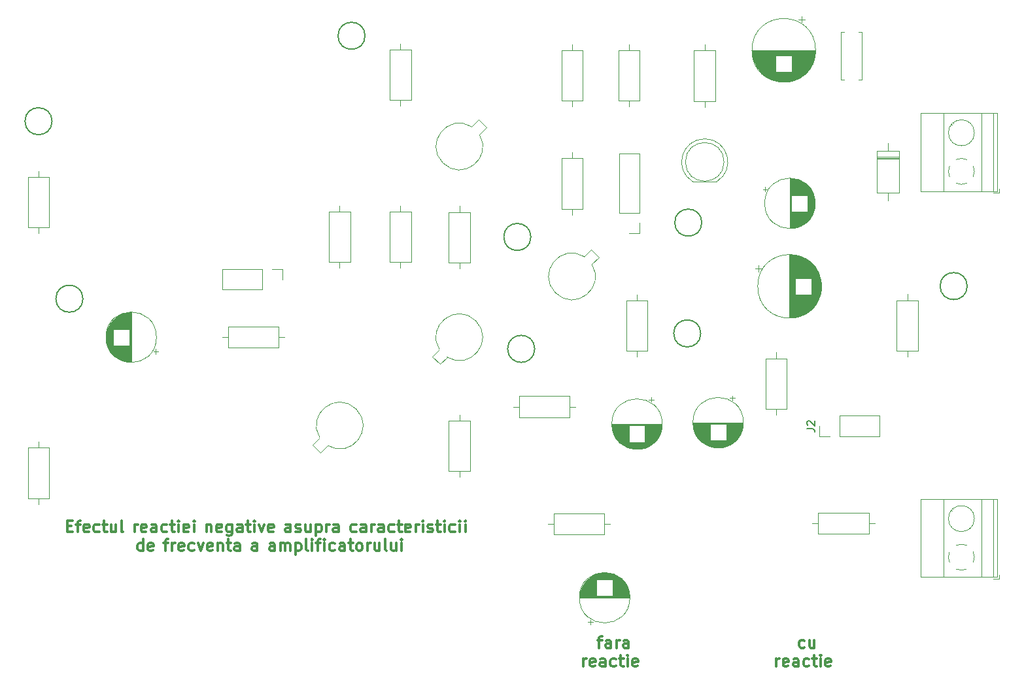
<source format=gbr>
%TF.GenerationSoftware,KiCad,Pcbnew,(7.0.0)*%
%TF.CreationDate,2023-03-04T17:37:48+02:00*%
%TF.ProjectId,efectul RN  asupra caract de frecv,65666563-7475-46c2-9052-4e2020617375,rev?*%
%TF.SameCoordinates,Original*%
%TF.FileFunction,Legend,Top*%
%TF.FilePolarity,Positive*%
%FSLAX46Y46*%
G04 Gerber Fmt 4.6, Leading zero omitted, Abs format (unit mm)*
G04 Created by KiCad (PCBNEW (7.0.0)) date 2023-03-04 17:37:48*
%MOMM*%
%LPD*%
G01*
G04 APERTURE LIST*
%ADD10C,0.300000*%
%ADD11C,0.150000*%
%ADD12C,0.120000*%
G04 APERTURE END LIST*
D10*
X212678572Y-128672142D02*
X212535714Y-128743571D01*
X212535714Y-128743571D02*
X212250000Y-128743571D01*
X212250000Y-128743571D02*
X212107143Y-128672142D01*
X212107143Y-128672142D02*
X212035714Y-128600714D01*
X212035714Y-128600714D02*
X211964286Y-128457857D01*
X211964286Y-128457857D02*
X211964286Y-128029285D01*
X211964286Y-128029285D02*
X212035714Y-127886428D01*
X212035714Y-127886428D02*
X212107143Y-127815000D01*
X212107143Y-127815000D02*
X212250000Y-127743571D01*
X212250000Y-127743571D02*
X212535714Y-127743571D01*
X212535714Y-127743571D02*
X212678572Y-127815000D01*
X213964286Y-127743571D02*
X213964286Y-128743571D01*
X213321428Y-127743571D02*
X213321428Y-128529285D01*
X213321428Y-128529285D02*
X213392857Y-128672142D01*
X213392857Y-128672142D02*
X213535714Y-128743571D01*
X213535714Y-128743571D02*
X213750000Y-128743571D01*
X213750000Y-128743571D02*
X213892857Y-128672142D01*
X213892857Y-128672142D02*
X213964286Y-128600714D01*
X209050000Y-131173571D02*
X209050000Y-130173571D01*
X209050000Y-130459285D02*
X209121429Y-130316428D01*
X209121429Y-130316428D02*
X209192858Y-130245000D01*
X209192858Y-130245000D02*
X209335715Y-130173571D01*
X209335715Y-130173571D02*
X209478572Y-130173571D01*
X210550000Y-131102142D02*
X210407143Y-131173571D01*
X210407143Y-131173571D02*
X210121429Y-131173571D01*
X210121429Y-131173571D02*
X209978571Y-131102142D01*
X209978571Y-131102142D02*
X209907143Y-130959285D01*
X209907143Y-130959285D02*
X209907143Y-130387857D01*
X209907143Y-130387857D02*
X209978571Y-130245000D01*
X209978571Y-130245000D02*
X210121429Y-130173571D01*
X210121429Y-130173571D02*
X210407143Y-130173571D01*
X210407143Y-130173571D02*
X210550000Y-130245000D01*
X210550000Y-130245000D02*
X210621429Y-130387857D01*
X210621429Y-130387857D02*
X210621429Y-130530714D01*
X210621429Y-130530714D02*
X209907143Y-130673571D01*
X211907143Y-131173571D02*
X211907143Y-130387857D01*
X211907143Y-130387857D02*
X211835714Y-130245000D01*
X211835714Y-130245000D02*
X211692857Y-130173571D01*
X211692857Y-130173571D02*
X211407143Y-130173571D01*
X211407143Y-130173571D02*
X211264285Y-130245000D01*
X211907143Y-131102142D02*
X211764285Y-131173571D01*
X211764285Y-131173571D02*
X211407143Y-131173571D01*
X211407143Y-131173571D02*
X211264285Y-131102142D01*
X211264285Y-131102142D02*
X211192857Y-130959285D01*
X211192857Y-130959285D02*
X211192857Y-130816428D01*
X211192857Y-130816428D02*
X211264285Y-130673571D01*
X211264285Y-130673571D02*
X211407143Y-130602142D01*
X211407143Y-130602142D02*
X211764285Y-130602142D01*
X211764285Y-130602142D02*
X211907143Y-130530714D01*
X213264286Y-131102142D02*
X213121428Y-131173571D01*
X213121428Y-131173571D02*
X212835714Y-131173571D01*
X212835714Y-131173571D02*
X212692857Y-131102142D01*
X212692857Y-131102142D02*
X212621428Y-131030714D01*
X212621428Y-131030714D02*
X212550000Y-130887857D01*
X212550000Y-130887857D02*
X212550000Y-130459285D01*
X212550000Y-130459285D02*
X212621428Y-130316428D01*
X212621428Y-130316428D02*
X212692857Y-130245000D01*
X212692857Y-130245000D02*
X212835714Y-130173571D01*
X212835714Y-130173571D02*
X213121428Y-130173571D01*
X213121428Y-130173571D02*
X213264286Y-130245000D01*
X213692857Y-130173571D02*
X214264285Y-130173571D01*
X213907142Y-129673571D02*
X213907142Y-130959285D01*
X213907142Y-130959285D02*
X213978571Y-131102142D01*
X213978571Y-131102142D02*
X214121428Y-131173571D01*
X214121428Y-131173571D02*
X214264285Y-131173571D01*
X214764285Y-131173571D02*
X214764285Y-130173571D01*
X214764285Y-129673571D02*
X214692857Y-129745000D01*
X214692857Y-129745000D02*
X214764285Y-129816428D01*
X214764285Y-129816428D02*
X214835714Y-129745000D01*
X214835714Y-129745000D02*
X214764285Y-129673571D01*
X214764285Y-129673571D02*
X214764285Y-129816428D01*
X216050000Y-131102142D02*
X215907143Y-131173571D01*
X215907143Y-131173571D02*
X215621429Y-131173571D01*
X215621429Y-131173571D02*
X215478571Y-131102142D01*
X215478571Y-131102142D02*
X215407143Y-130959285D01*
X215407143Y-130959285D02*
X215407143Y-130387857D01*
X215407143Y-130387857D02*
X215478571Y-130245000D01*
X215478571Y-130245000D02*
X215621429Y-130173571D01*
X215621429Y-130173571D02*
X215907143Y-130173571D01*
X215907143Y-130173571D02*
X216050000Y-130245000D01*
X216050000Y-130245000D02*
X216121429Y-130387857D01*
X216121429Y-130387857D02*
X216121429Y-130530714D01*
X216121429Y-130530714D02*
X215407143Y-130673571D01*
X117235714Y-112957857D02*
X117735714Y-112957857D01*
X117950000Y-113743571D02*
X117235714Y-113743571D01*
X117235714Y-113743571D02*
X117235714Y-112243571D01*
X117235714Y-112243571D02*
X117950000Y-112243571D01*
X118378572Y-112743571D02*
X118950000Y-112743571D01*
X118592857Y-113743571D02*
X118592857Y-112457857D01*
X118592857Y-112457857D02*
X118664286Y-112315000D01*
X118664286Y-112315000D02*
X118807143Y-112243571D01*
X118807143Y-112243571D02*
X118950000Y-112243571D01*
X120021429Y-113672142D02*
X119878572Y-113743571D01*
X119878572Y-113743571D02*
X119592858Y-113743571D01*
X119592858Y-113743571D02*
X119450000Y-113672142D01*
X119450000Y-113672142D02*
X119378572Y-113529285D01*
X119378572Y-113529285D02*
X119378572Y-112957857D01*
X119378572Y-112957857D02*
X119450000Y-112815000D01*
X119450000Y-112815000D02*
X119592858Y-112743571D01*
X119592858Y-112743571D02*
X119878572Y-112743571D01*
X119878572Y-112743571D02*
X120021429Y-112815000D01*
X120021429Y-112815000D02*
X120092858Y-112957857D01*
X120092858Y-112957857D02*
X120092858Y-113100714D01*
X120092858Y-113100714D02*
X119378572Y-113243571D01*
X121378572Y-113672142D02*
X121235714Y-113743571D01*
X121235714Y-113743571D02*
X120950000Y-113743571D01*
X120950000Y-113743571D02*
X120807143Y-113672142D01*
X120807143Y-113672142D02*
X120735714Y-113600714D01*
X120735714Y-113600714D02*
X120664286Y-113457857D01*
X120664286Y-113457857D02*
X120664286Y-113029285D01*
X120664286Y-113029285D02*
X120735714Y-112886428D01*
X120735714Y-112886428D02*
X120807143Y-112815000D01*
X120807143Y-112815000D02*
X120950000Y-112743571D01*
X120950000Y-112743571D02*
X121235714Y-112743571D01*
X121235714Y-112743571D02*
X121378572Y-112815000D01*
X121807143Y-112743571D02*
X122378571Y-112743571D01*
X122021428Y-112243571D02*
X122021428Y-113529285D01*
X122021428Y-113529285D02*
X122092857Y-113672142D01*
X122092857Y-113672142D02*
X122235714Y-113743571D01*
X122235714Y-113743571D02*
X122378571Y-113743571D01*
X123521429Y-112743571D02*
X123521429Y-113743571D01*
X122878571Y-112743571D02*
X122878571Y-113529285D01*
X122878571Y-113529285D02*
X122950000Y-113672142D01*
X122950000Y-113672142D02*
X123092857Y-113743571D01*
X123092857Y-113743571D02*
X123307143Y-113743571D01*
X123307143Y-113743571D02*
X123450000Y-113672142D01*
X123450000Y-113672142D02*
X123521429Y-113600714D01*
X124450000Y-113743571D02*
X124307143Y-113672142D01*
X124307143Y-113672142D02*
X124235714Y-113529285D01*
X124235714Y-113529285D02*
X124235714Y-112243571D01*
X125921428Y-113743571D02*
X125921428Y-112743571D01*
X125921428Y-113029285D02*
X125992857Y-112886428D01*
X125992857Y-112886428D02*
X126064286Y-112815000D01*
X126064286Y-112815000D02*
X126207143Y-112743571D01*
X126207143Y-112743571D02*
X126350000Y-112743571D01*
X127421428Y-113672142D02*
X127278571Y-113743571D01*
X127278571Y-113743571D02*
X126992857Y-113743571D01*
X126992857Y-113743571D02*
X126849999Y-113672142D01*
X126849999Y-113672142D02*
X126778571Y-113529285D01*
X126778571Y-113529285D02*
X126778571Y-112957857D01*
X126778571Y-112957857D02*
X126849999Y-112815000D01*
X126849999Y-112815000D02*
X126992857Y-112743571D01*
X126992857Y-112743571D02*
X127278571Y-112743571D01*
X127278571Y-112743571D02*
X127421428Y-112815000D01*
X127421428Y-112815000D02*
X127492857Y-112957857D01*
X127492857Y-112957857D02*
X127492857Y-113100714D01*
X127492857Y-113100714D02*
X126778571Y-113243571D01*
X128778571Y-113743571D02*
X128778571Y-112957857D01*
X128778571Y-112957857D02*
X128707142Y-112815000D01*
X128707142Y-112815000D02*
X128564285Y-112743571D01*
X128564285Y-112743571D02*
X128278571Y-112743571D01*
X128278571Y-112743571D02*
X128135713Y-112815000D01*
X128778571Y-113672142D02*
X128635713Y-113743571D01*
X128635713Y-113743571D02*
X128278571Y-113743571D01*
X128278571Y-113743571D02*
X128135713Y-113672142D01*
X128135713Y-113672142D02*
X128064285Y-113529285D01*
X128064285Y-113529285D02*
X128064285Y-113386428D01*
X128064285Y-113386428D02*
X128135713Y-113243571D01*
X128135713Y-113243571D02*
X128278571Y-113172142D01*
X128278571Y-113172142D02*
X128635713Y-113172142D01*
X128635713Y-113172142D02*
X128778571Y-113100714D01*
X130135714Y-113672142D02*
X129992856Y-113743571D01*
X129992856Y-113743571D02*
X129707142Y-113743571D01*
X129707142Y-113743571D02*
X129564285Y-113672142D01*
X129564285Y-113672142D02*
X129492856Y-113600714D01*
X129492856Y-113600714D02*
X129421428Y-113457857D01*
X129421428Y-113457857D02*
X129421428Y-113029285D01*
X129421428Y-113029285D02*
X129492856Y-112886428D01*
X129492856Y-112886428D02*
X129564285Y-112815000D01*
X129564285Y-112815000D02*
X129707142Y-112743571D01*
X129707142Y-112743571D02*
X129992856Y-112743571D01*
X129992856Y-112743571D02*
X130135714Y-112815000D01*
X130564285Y-112743571D02*
X131135713Y-112743571D01*
X130778570Y-112243571D02*
X130778570Y-113529285D01*
X130778570Y-113529285D02*
X130849999Y-113672142D01*
X130849999Y-113672142D02*
X130992856Y-113743571D01*
X130992856Y-113743571D02*
X131135713Y-113743571D01*
X131635713Y-113743571D02*
X131635713Y-112743571D01*
X131635713Y-112243571D02*
X131564285Y-112315000D01*
X131564285Y-112315000D02*
X131635713Y-112386428D01*
X131635713Y-112386428D02*
X131707142Y-112315000D01*
X131707142Y-112315000D02*
X131635713Y-112243571D01*
X131635713Y-112243571D02*
X131635713Y-112386428D01*
X132921428Y-113672142D02*
X132778571Y-113743571D01*
X132778571Y-113743571D02*
X132492857Y-113743571D01*
X132492857Y-113743571D02*
X132349999Y-113672142D01*
X132349999Y-113672142D02*
X132278571Y-113529285D01*
X132278571Y-113529285D02*
X132278571Y-112957857D01*
X132278571Y-112957857D02*
X132349999Y-112815000D01*
X132349999Y-112815000D02*
X132492857Y-112743571D01*
X132492857Y-112743571D02*
X132778571Y-112743571D01*
X132778571Y-112743571D02*
X132921428Y-112815000D01*
X132921428Y-112815000D02*
X132992857Y-112957857D01*
X132992857Y-112957857D02*
X132992857Y-113100714D01*
X132992857Y-113100714D02*
X132278571Y-113243571D01*
X133635713Y-113743571D02*
X133635713Y-112743571D01*
X133635713Y-112243571D02*
X133564285Y-112315000D01*
X133564285Y-112315000D02*
X133635713Y-112386428D01*
X133635713Y-112386428D02*
X133707142Y-112315000D01*
X133707142Y-112315000D02*
X133635713Y-112243571D01*
X133635713Y-112243571D02*
X133635713Y-112386428D01*
X135249999Y-112743571D02*
X135249999Y-113743571D01*
X135249999Y-112886428D02*
X135321428Y-112815000D01*
X135321428Y-112815000D02*
X135464285Y-112743571D01*
X135464285Y-112743571D02*
X135678571Y-112743571D01*
X135678571Y-112743571D02*
X135821428Y-112815000D01*
X135821428Y-112815000D02*
X135892857Y-112957857D01*
X135892857Y-112957857D02*
X135892857Y-113743571D01*
X137178571Y-113672142D02*
X137035714Y-113743571D01*
X137035714Y-113743571D02*
X136750000Y-113743571D01*
X136750000Y-113743571D02*
X136607142Y-113672142D01*
X136607142Y-113672142D02*
X136535714Y-113529285D01*
X136535714Y-113529285D02*
X136535714Y-112957857D01*
X136535714Y-112957857D02*
X136607142Y-112815000D01*
X136607142Y-112815000D02*
X136750000Y-112743571D01*
X136750000Y-112743571D02*
X137035714Y-112743571D01*
X137035714Y-112743571D02*
X137178571Y-112815000D01*
X137178571Y-112815000D02*
X137250000Y-112957857D01*
X137250000Y-112957857D02*
X137250000Y-113100714D01*
X137250000Y-113100714D02*
X136535714Y-113243571D01*
X138535714Y-112743571D02*
X138535714Y-113957857D01*
X138535714Y-113957857D02*
X138464285Y-114100714D01*
X138464285Y-114100714D02*
X138392856Y-114172142D01*
X138392856Y-114172142D02*
X138249999Y-114243571D01*
X138249999Y-114243571D02*
X138035714Y-114243571D01*
X138035714Y-114243571D02*
X137892856Y-114172142D01*
X138535714Y-113672142D02*
X138392856Y-113743571D01*
X138392856Y-113743571D02*
X138107142Y-113743571D01*
X138107142Y-113743571D02*
X137964285Y-113672142D01*
X137964285Y-113672142D02*
X137892856Y-113600714D01*
X137892856Y-113600714D02*
X137821428Y-113457857D01*
X137821428Y-113457857D02*
X137821428Y-113029285D01*
X137821428Y-113029285D02*
X137892856Y-112886428D01*
X137892856Y-112886428D02*
X137964285Y-112815000D01*
X137964285Y-112815000D02*
X138107142Y-112743571D01*
X138107142Y-112743571D02*
X138392856Y-112743571D01*
X138392856Y-112743571D02*
X138535714Y-112815000D01*
X139892857Y-113743571D02*
X139892857Y-112957857D01*
X139892857Y-112957857D02*
X139821428Y-112815000D01*
X139821428Y-112815000D02*
X139678571Y-112743571D01*
X139678571Y-112743571D02*
X139392857Y-112743571D01*
X139392857Y-112743571D02*
X139249999Y-112815000D01*
X139892857Y-113672142D02*
X139749999Y-113743571D01*
X139749999Y-113743571D02*
X139392857Y-113743571D01*
X139392857Y-113743571D02*
X139249999Y-113672142D01*
X139249999Y-113672142D02*
X139178571Y-113529285D01*
X139178571Y-113529285D02*
X139178571Y-113386428D01*
X139178571Y-113386428D02*
X139249999Y-113243571D01*
X139249999Y-113243571D02*
X139392857Y-113172142D01*
X139392857Y-113172142D02*
X139749999Y-113172142D01*
X139749999Y-113172142D02*
X139892857Y-113100714D01*
X140392857Y-112743571D02*
X140964285Y-112743571D01*
X140607142Y-112243571D02*
X140607142Y-113529285D01*
X140607142Y-113529285D02*
X140678571Y-113672142D01*
X140678571Y-113672142D02*
X140821428Y-113743571D01*
X140821428Y-113743571D02*
X140964285Y-113743571D01*
X141464285Y-113743571D02*
X141464285Y-112743571D01*
X141464285Y-112243571D02*
X141392857Y-112315000D01*
X141392857Y-112315000D02*
X141464285Y-112386428D01*
X141464285Y-112386428D02*
X141535714Y-112315000D01*
X141535714Y-112315000D02*
X141464285Y-112243571D01*
X141464285Y-112243571D02*
X141464285Y-112386428D01*
X142035714Y-112743571D02*
X142392857Y-113743571D01*
X142392857Y-113743571D02*
X142750000Y-112743571D01*
X143892857Y-113672142D02*
X143750000Y-113743571D01*
X143750000Y-113743571D02*
X143464286Y-113743571D01*
X143464286Y-113743571D02*
X143321428Y-113672142D01*
X143321428Y-113672142D02*
X143250000Y-113529285D01*
X143250000Y-113529285D02*
X143250000Y-112957857D01*
X143250000Y-112957857D02*
X143321428Y-112815000D01*
X143321428Y-112815000D02*
X143464286Y-112743571D01*
X143464286Y-112743571D02*
X143750000Y-112743571D01*
X143750000Y-112743571D02*
X143892857Y-112815000D01*
X143892857Y-112815000D02*
X143964286Y-112957857D01*
X143964286Y-112957857D02*
X143964286Y-113100714D01*
X143964286Y-113100714D02*
X143250000Y-113243571D01*
X146150000Y-113743571D02*
X146150000Y-112957857D01*
X146150000Y-112957857D02*
X146078571Y-112815000D01*
X146078571Y-112815000D02*
X145935714Y-112743571D01*
X145935714Y-112743571D02*
X145650000Y-112743571D01*
X145650000Y-112743571D02*
X145507142Y-112815000D01*
X146150000Y-113672142D02*
X146007142Y-113743571D01*
X146007142Y-113743571D02*
X145650000Y-113743571D01*
X145650000Y-113743571D02*
X145507142Y-113672142D01*
X145507142Y-113672142D02*
X145435714Y-113529285D01*
X145435714Y-113529285D02*
X145435714Y-113386428D01*
X145435714Y-113386428D02*
X145507142Y-113243571D01*
X145507142Y-113243571D02*
X145650000Y-113172142D01*
X145650000Y-113172142D02*
X146007142Y-113172142D01*
X146007142Y-113172142D02*
X146150000Y-113100714D01*
X146792857Y-113672142D02*
X146935714Y-113743571D01*
X146935714Y-113743571D02*
X147221428Y-113743571D01*
X147221428Y-113743571D02*
X147364285Y-113672142D01*
X147364285Y-113672142D02*
X147435714Y-113529285D01*
X147435714Y-113529285D02*
X147435714Y-113457857D01*
X147435714Y-113457857D02*
X147364285Y-113315000D01*
X147364285Y-113315000D02*
X147221428Y-113243571D01*
X147221428Y-113243571D02*
X147007143Y-113243571D01*
X147007143Y-113243571D02*
X146864285Y-113172142D01*
X146864285Y-113172142D02*
X146792857Y-113029285D01*
X146792857Y-113029285D02*
X146792857Y-112957857D01*
X146792857Y-112957857D02*
X146864285Y-112815000D01*
X146864285Y-112815000D02*
X147007143Y-112743571D01*
X147007143Y-112743571D02*
X147221428Y-112743571D01*
X147221428Y-112743571D02*
X147364285Y-112815000D01*
X148721429Y-112743571D02*
X148721429Y-113743571D01*
X148078571Y-112743571D02*
X148078571Y-113529285D01*
X148078571Y-113529285D02*
X148150000Y-113672142D01*
X148150000Y-113672142D02*
X148292857Y-113743571D01*
X148292857Y-113743571D02*
X148507143Y-113743571D01*
X148507143Y-113743571D02*
X148650000Y-113672142D01*
X148650000Y-113672142D02*
X148721429Y-113600714D01*
X149435714Y-112743571D02*
X149435714Y-114243571D01*
X149435714Y-112815000D02*
X149578572Y-112743571D01*
X149578572Y-112743571D02*
X149864286Y-112743571D01*
X149864286Y-112743571D02*
X150007143Y-112815000D01*
X150007143Y-112815000D02*
X150078572Y-112886428D01*
X150078572Y-112886428D02*
X150150000Y-113029285D01*
X150150000Y-113029285D02*
X150150000Y-113457857D01*
X150150000Y-113457857D02*
X150078572Y-113600714D01*
X150078572Y-113600714D02*
X150007143Y-113672142D01*
X150007143Y-113672142D02*
X149864286Y-113743571D01*
X149864286Y-113743571D02*
X149578572Y-113743571D01*
X149578572Y-113743571D02*
X149435714Y-113672142D01*
X150792857Y-113743571D02*
X150792857Y-112743571D01*
X150792857Y-113029285D02*
X150864286Y-112886428D01*
X150864286Y-112886428D02*
X150935715Y-112815000D01*
X150935715Y-112815000D02*
X151078572Y-112743571D01*
X151078572Y-112743571D02*
X151221429Y-112743571D01*
X152364286Y-113743571D02*
X152364286Y-112957857D01*
X152364286Y-112957857D02*
X152292857Y-112815000D01*
X152292857Y-112815000D02*
X152150000Y-112743571D01*
X152150000Y-112743571D02*
X151864286Y-112743571D01*
X151864286Y-112743571D02*
X151721428Y-112815000D01*
X152364286Y-113672142D02*
X152221428Y-113743571D01*
X152221428Y-113743571D02*
X151864286Y-113743571D01*
X151864286Y-113743571D02*
X151721428Y-113672142D01*
X151721428Y-113672142D02*
X151650000Y-113529285D01*
X151650000Y-113529285D02*
X151650000Y-113386428D01*
X151650000Y-113386428D02*
X151721428Y-113243571D01*
X151721428Y-113243571D02*
X151864286Y-113172142D01*
X151864286Y-113172142D02*
X152221428Y-113172142D01*
X152221428Y-113172142D02*
X152364286Y-113100714D01*
X154621429Y-113672142D02*
X154478571Y-113743571D01*
X154478571Y-113743571D02*
X154192857Y-113743571D01*
X154192857Y-113743571D02*
X154050000Y-113672142D01*
X154050000Y-113672142D02*
X153978571Y-113600714D01*
X153978571Y-113600714D02*
X153907143Y-113457857D01*
X153907143Y-113457857D02*
X153907143Y-113029285D01*
X153907143Y-113029285D02*
X153978571Y-112886428D01*
X153978571Y-112886428D02*
X154050000Y-112815000D01*
X154050000Y-112815000D02*
X154192857Y-112743571D01*
X154192857Y-112743571D02*
X154478571Y-112743571D01*
X154478571Y-112743571D02*
X154621429Y-112815000D01*
X155907143Y-113743571D02*
X155907143Y-112957857D01*
X155907143Y-112957857D02*
X155835714Y-112815000D01*
X155835714Y-112815000D02*
X155692857Y-112743571D01*
X155692857Y-112743571D02*
X155407143Y-112743571D01*
X155407143Y-112743571D02*
X155264285Y-112815000D01*
X155907143Y-113672142D02*
X155764285Y-113743571D01*
X155764285Y-113743571D02*
X155407143Y-113743571D01*
X155407143Y-113743571D02*
X155264285Y-113672142D01*
X155264285Y-113672142D02*
X155192857Y-113529285D01*
X155192857Y-113529285D02*
X155192857Y-113386428D01*
X155192857Y-113386428D02*
X155264285Y-113243571D01*
X155264285Y-113243571D02*
X155407143Y-113172142D01*
X155407143Y-113172142D02*
X155764285Y-113172142D01*
X155764285Y-113172142D02*
X155907143Y-113100714D01*
X156621428Y-113743571D02*
X156621428Y-112743571D01*
X156621428Y-113029285D02*
X156692857Y-112886428D01*
X156692857Y-112886428D02*
X156764286Y-112815000D01*
X156764286Y-112815000D02*
X156907143Y-112743571D01*
X156907143Y-112743571D02*
X157050000Y-112743571D01*
X158192857Y-113743571D02*
X158192857Y-112957857D01*
X158192857Y-112957857D02*
X158121428Y-112815000D01*
X158121428Y-112815000D02*
X157978571Y-112743571D01*
X157978571Y-112743571D02*
X157692857Y-112743571D01*
X157692857Y-112743571D02*
X157549999Y-112815000D01*
X158192857Y-113672142D02*
X158049999Y-113743571D01*
X158049999Y-113743571D02*
X157692857Y-113743571D01*
X157692857Y-113743571D02*
X157549999Y-113672142D01*
X157549999Y-113672142D02*
X157478571Y-113529285D01*
X157478571Y-113529285D02*
X157478571Y-113386428D01*
X157478571Y-113386428D02*
X157549999Y-113243571D01*
X157549999Y-113243571D02*
X157692857Y-113172142D01*
X157692857Y-113172142D02*
X158049999Y-113172142D01*
X158049999Y-113172142D02*
X158192857Y-113100714D01*
X159550000Y-113672142D02*
X159407142Y-113743571D01*
X159407142Y-113743571D02*
X159121428Y-113743571D01*
X159121428Y-113743571D02*
X158978571Y-113672142D01*
X158978571Y-113672142D02*
X158907142Y-113600714D01*
X158907142Y-113600714D02*
X158835714Y-113457857D01*
X158835714Y-113457857D02*
X158835714Y-113029285D01*
X158835714Y-113029285D02*
X158907142Y-112886428D01*
X158907142Y-112886428D02*
X158978571Y-112815000D01*
X158978571Y-112815000D02*
X159121428Y-112743571D01*
X159121428Y-112743571D02*
X159407142Y-112743571D01*
X159407142Y-112743571D02*
X159550000Y-112815000D01*
X159978571Y-112743571D02*
X160549999Y-112743571D01*
X160192856Y-112243571D02*
X160192856Y-113529285D01*
X160192856Y-113529285D02*
X160264285Y-113672142D01*
X160264285Y-113672142D02*
X160407142Y-113743571D01*
X160407142Y-113743571D02*
X160549999Y-113743571D01*
X161621428Y-113672142D02*
X161478571Y-113743571D01*
X161478571Y-113743571D02*
X161192857Y-113743571D01*
X161192857Y-113743571D02*
X161049999Y-113672142D01*
X161049999Y-113672142D02*
X160978571Y-113529285D01*
X160978571Y-113529285D02*
X160978571Y-112957857D01*
X160978571Y-112957857D02*
X161049999Y-112815000D01*
X161049999Y-112815000D02*
X161192857Y-112743571D01*
X161192857Y-112743571D02*
X161478571Y-112743571D01*
X161478571Y-112743571D02*
X161621428Y-112815000D01*
X161621428Y-112815000D02*
X161692857Y-112957857D01*
X161692857Y-112957857D02*
X161692857Y-113100714D01*
X161692857Y-113100714D02*
X160978571Y-113243571D01*
X162335713Y-113743571D02*
X162335713Y-112743571D01*
X162335713Y-113029285D02*
X162407142Y-112886428D01*
X162407142Y-112886428D02*
X162478571Y-112815000D01*
X162478571Y-112815000D02*
X162621428Y-112743571D01*
X162621428Y-112743571D02*
X162764285Y-112743571D01*
X163264284Y-113743571D02*
X163264284Y-112743571D01*
X163264284Y-112243571D02*
X163192856Y-112315000D01*
X163192856Y-112315000D02*
X163264284Y-112386428D01*
X163264284Y-112386428D02*
X163335713Y-112315000D01*
X163335713Y-112315000D02*
X163264284Y-112243571D01*
X163264284Y-112243571D02*
X163264284Y-112386428D01*
X163907142Y-113672142D02*
X164049999Y-113743571D01*
X164049999Y-113743571D02*
X164335713Y-113743571D01*
X164335713Y-113743571D02*
X164478570Y-113672142D01*
X164478570Y-113672142D02*
X164549999Y-113529285D01*
X164549999Y-113529285D02*
X164549999Y-113457857D01*
X164549999Y-113457857D02*
X164478570Y-113315000D01*
X164478570Y-113315000D02*
X164335713Y-113243571D01*
X164335713Y-113243571D02*
X164121428Y-113243571D01*
X164121428Y-113243571D02*
X163978570Y-113172142D01*
X163978570Y-113172142D02*
X163907142Y-113029285D01*
X163907142Y-113029285D02*
X163907142Y-112957857D01*
X163907142Y-112957857D02*
X163978570Y-112815000D01*
X163978570Y-112815000D02*
X164121428Y-112743571D01*
X164121428Y-112743571D02*
X164335713Y-112743571D01*
X164335713Y-112743571D02*
X164478570Y-112815000D01*
X164978571Y-112743571D02*
X165549999Y-112743571D01*
X165192856Y-112243571D02*
X165192856Y-113529285D01*
X165192856Y-113529285D02*
X165264285Y-113672142D01*
X165264285Y-113672142D02*
X165407142Y-113743571D01*
X165407142Y-113743571D02*
X165549999Y-113743571D01*
X166049999Y-113743571D02*
X166049999Y-112743571D01*
X166049999Y-112243571D02*
X165978571Y-112315000D01*
X165978571Y-112315000D02*
X166049999Y-112386428D01*
X166049999Y-112386428D02*
X166121428Y-112315000D01*
X166121428Y-112315000D02*
X166049999Y-112243571D01*
X166049999Y-112243571D02*
X166049999Y-112386428D01*
X167407143Y-113672142D02*
X167264285Y-113743571D01*
X167264285Y-113743571D02*
X166978571Y-113743571D01*
X166978571Y-113743571D02*
X166835714Y-113672142D01*
X166835714Y-113672142D02*
X166764285Y-113600714D01*
X166764285Y-113600714D02*
X166692857Y-113457857D01*
X166692857Y-113457857D02*
X166692857Y-113029285D01*
X166692857Y-113029285D02*
X166764285Y-112886428D01*
X166764285Y-112886428D02*
X166835714Y-112815000D01*
X166835714Y-112815000D02*
X166978571Y-112743571D01*
X166978571Y-112743571D02*
X167264285Y-112743571D01*
X167264285Y-112743571D02*
X167407143Y-112815000D01*
X168049999Y-113743571D02*
X168049999Y-112743571D01*
X168049999Y-112243571D02*
X167978571Y-112315000D01*
X167978571Y-112315000D02*
X168049999Y-112386428D01*
X168049999Y-112386428D02*
X168121428Y-112315000D01*
X168121428Y-112315000D02*
X168049999Y-112243571D01*
X168049999Y-112243571D02*
X168049999Y-112386428D01*
X168764285Y-113743571D02*
X168764285Y-112743571D01*
X168764285Y-112243571D02*
X168692857Y-112315000D01*
X168692857Y-112315000D02*
X168764285Y-112386428D01*
X168764285Y-112386428D02*
X168835714Y-112315000D01*
X168835714Y-112315000D02*
X168764285Y-112243571D01*
X168764285Y-112243571D02*
X168764285Y-112386428D01*
X127028572Y-116173571D02*
X127028572Y-114673571D01*
X127028572Y-116102142D02*
X126885714Y-116173571D01*
X126885714Y-116173571D02*
X126600000Y-116173571D01*
X126600000Y-116173571D02*
X126457143Y-116102142D01*
X126457143Y-116102142D02*
X126385714Y-116030714D01*
X126385714Y-116030714D02*
X126314286Y-115887857D01*
X126314286Y-115887857D02*
X126314286Y-115459285D01*
X126314286Y-115459285D02*
X126385714Y-115316428D01*
X126385714Y-115316428D02*
X126457143Y-115245000D01*
X126457143Y-115245000D02*
X126600000Y-115173571D01*
X126600000Y-115173571D02*
X126885714Y-115173571D01*
X126885714Y-115173571D02*
X127028572Y-115245000D01*
X128314286Y-116102142D02*
X128171429Y-116173571D01*
X128171429Y-116173571D02*
X127885715Y-116173571D01*
X127885715Y-116173571D02*
X127742857Y-116102142D01*
X127742857Y-116102142D02*
X127671429Y-115959285D01*
X127671429Y-115959285D02*
X127671429Y-115387857D01*
X127671429Y-115387857D02*
X127742857Y-115245000D01*
X127742857Y-115245000D02*
X127885715Y-115173571D01*
X127885715Y-115173571D02*
X128171429Y-115173571D01*
X128171429Y-115173571D02*
X128314286Y-115245000D01*
X128314286Y-115245000D02*
X128385715Y-115387857D01*
X128385715Y-115387857D02*
X128385715Y-115530714D01*
X128385715Y-115530714D02*
X127671429Y-115673571D01*
X129714286Y-115173571D02*
X130285714Y-115173571D01*
X129928571Y-116173571D02*
X129928571Y-114887857D01*
X129928571Y-114887857D02*
X130000000Y-114745000D01*
X130000000Y-114745000D02*
X130142857Y-114673571D01*
X130142857Y-114673571D02*
X130285714Y-114673571D01*
X130785714Y-116173571D02*
X130785714Y-115173571D01*
X130785714Y-115459285D02*
X130857143Y-115316428D01*
X130857143Y-115316428D02*
X130928572Y-115245000D01*
X130928572Y-115245000D02*
X131071429Y-115173571D01*
X131071429Y-115173571D02*
X131214286Y-115173571D01*
X132285714Y-116102142D02*
X132142857Y-116173571D01*
X132142857Y-116173571D02*
X131857143Y-116173571D01*
X131857143Y-116173571D02*
X131714285Y-116102142D01*
X131714285Y-116102142D02*
X131642857Y-115959285D01*
X131642857Y-115959285D02*
X131642857Y-115387857D01*
X131642857Y-115387857D02*
X131714285Y-115245000D01*
X131714285Y-115245000D02*
X131857143Y-115173571D01*
X131857143Y-115173571D02*
X132142857Y-115173571D01*
X132142857Y-115173571D02*
X132285714Y-115245000D01*
X132285714Y-115245000D02*
X132357143Y-115387857D01*
X132357143Y-115387857D02*
X132357143Y-115530714D01*
X132357143Y-115530714D02*
X131642857Y-115673571D01*
X133642857Y-116102142D02*
X133499999Y-116173571D01*
X133499999Y-116173571D02*
X133214285Y-116173571D01*
X133214285Y-116173571D02*
X133071428Y-116102142D01*
X133071428Y-116102142D02*
X132999999Y-116030714D01*
X132999999Y-116030714D02*
X132928571Y-115887857D01*
X132928571Y-115887857D02*
X132928571Y-115459285D01*
X132928571Y-115459285D02*
X132999999Y-115316428D01*
X132999999Y-115316428D02*
X133071428Y-115245000D01*
X133071428Y-115245000D02*
X133214285Y-115173571D01*
X133214285Y-115173571D02*
X133499999Y-115173571D01*
X133499999Y-115173571D02*
X133642857Y-115245000D01*
X134142856Y-115173571D02*
X134499999Y-116173571D01*
X134499999Y-116173571D02*
X134857142Y-115173571D01*
X135999999Y-116102142D02*
X135857142Y-116173571D01*
X135857142Y-116173571D02*
X135571428Y-116173571D01*
X135571428Y-116173571D02*
X135428570Y-116102142D01*
X135428570Y-116102142D02*
X135357142Y-115959285D01*
X135357142Y-115959285D02*
X135357142Y-115387857D01*
X135357142Y-115387857D02*
X135428570Y-115245000D01*
X135428570Y-115245000D02*
X135571428Y-115173571D01*
X135571428Y-115173571D02*
X135857142Y-115173571D01*
X135857142Y-115173571D02*
X135999999Y-115245000D01*
X135999999Y-115245000D02*
X136071428Y-115387857D01*
X136071428Y-115387857D02*
X136071428Y-115530714D01*
X136071428Y-115530714D02*
X135357142Y-115673571D01*
X136714284Y-115173571D02*
X136714284Y-116173571D01*
X136714284Y-115316428D02*
X136785713Y-115245000D01*
X136785713Y-115245000D02*
X136928570Y-115173571D01*
X136928570Y-115173571D02*
X137142856Y-115173571D01*
X137142856Y-115173571D02*
X137285713Y-115245000D01*
X137285713Y-115245000D02*
X137357142Y-115387857D01*
X137357142Y-115387857D02*
X137357142Y-116173571D01*
X137857142Y-115173571D02*
X138428570Y-115173571D01*
X138071427Y-114673571D02*
X138071427Y-115959285D01*
X138071427Y-115959285D02*
X138142856Y-116102142D01*
X138142856Y-116102142D02*
X138285713Y-116173571D01*
X138285713Y-116173571D02*
X138428570Y-116173571D01*
X139571428Y-116173571D02*
X139571428Y-115387857D01*
X139571428Y-115387857D02*
X139499999Y-115245000D01*
X139499999Y-115245000D02*
X139357142Y-115173571D01*
X139357142Y-115173571D02*
X139071428Y-115173571D01*
X139071428Y-115173571D02*
X138928570Y-115245000D01*
X139571428Y-116102142D02*
X139428570Y-116173571D01*
X139428570Y-116173571D02*
X139071428Y-116173571D01*
X139071428Y-116173571D02*
X138928570Y-116102142D01*
X138928570Y-116102142D02*
X138857142Y-115959285D01*
X138857142Y-115959285D02*
X138857142Y-115816428D01*
X138857142Y-115816428D02*
X138928570Y-115673571D01*
X138928570Y-115673571D02*
X139071428Y-115602142D01*
X139071428Y-115602142D02*
X139428570Y-115602142D01*
X139428570Y-115602142D02*
X139571428Y-115530714D01*
X141828571Y-116173571D02*
X141828571Y-115387857D01*
X141828571Y-115387857D02*
X141757142Y-115245000D01*
X141757142Y-115245000D02*
X141614285Y-115173571D01*
X141614285Y-115173571D02*
X141328571Y-115173571D01*
X141328571Y-115173571D02*
X141185713Y-115245000D01*
X141828571Y-116102142D02*
X141685713Y-116173571D01*
X141685713Y-116173571D02*
X141328571Y-116173571D01*
X141328571Y-116173571D02*
X141185713Y-116102142D01*
X141185713Y-116102142D02*
X141114285Y-115959285D01*
X141114285Y-115959285D02*
X141114285Y-115816428D01*
X141114285Y-115816428D02*
X141185713Y-115673571D01*
X141185713Y-115673571D02*
X141328571Y-115602142D01*
X141328571Y-115602142D02*
X141685713Y-115602142D01*
X141685713Y-115602142D02*
X141828571Y-115530714D01*
X144085714Y-116173571D02*
X144085714Y-115387857D01*
X144085714Y-115387857D02*
X144014285Y-115245000D01*
X144014285Y-115245000D02*
X143871428Y-115173571D01*
X143871428Y-115173571D02*
X143585714Y-115173571D01*
X143585714Y-115173571D02*
X143442856Y-115245000D01*
X144085714Y-116102142D02*
X143942856Y-116173571D01*
X143942856Y-116173571D02*
X143585714Y-116173571D01*
X143585714Y-116173571D02*
X143442856Y-116102142D01*
X143442856Y-116102142D02*
X143371428Y-115959285D01*
X143371428Y-115959285D02*
X143371428Y-115816428D01*
X143371428Y-115816428D02*
X143442856Y-115673571D01*
X143442856Y-115673571D02*
X143585714Y-115602142D01*
X143585714Y-115602142D02*
X143942856Y-115602142D01*
X143942856Y-115602142D02*
X144085714Y-115530714D01*
X144799999Y-116173571D02*
X144799999Y-115173571D01*
X144799999Y-115316428D02*
X144871428Y-115245000D01*
X144871428Y-115245000D02*
X145014285Y-115173571D01*
X145014285Y-115173571D02*
X145228571Y-115173571D01*
X145228571Y-115173571D02*
X145371428Y-115245000D01*
X145371428Y-115245000D02*
X145442857Y-115387857D01*
X145442857Y-115387857D02*
X145442857Y-116173571D01*
X145442857Y-115387857D02*
X145514285Y-115245000D01*
X145514285Y-115245000D02*
X145657142Y-115173571D01*
X145657142Y-115173571D02*
X145871428Y-115173571D01*
X145871428Y-115173571D02*
X146014285Y-115245000D01*
X146014285Y-115245000D02*
X146085714Y-115387857D01*
X146085714Y-115387857D02*
X146085714Y-116173571D01*
X146799999Y-115173571D02*
X146799999Y-116673571D01*
X146799999Y-115245000D02*
X146942857Y-115173571D01*
X146942857Y-115173571D02*
X147228571Y-115173571D01*
X147228571Y-115173571D02*
X147371428Y-115245000D01*
X147371428Y-115245000D02*
X147442857Y-115316428D01*
X147442857Y-115316428D02*
X147514285Y-115459285D01*
X147514285Y-115459285D02*
X147514285Y-115887857D01*
X147514285Y-115887857D02*
X147442857Y-116030714D01*
X147442857Y-116030714D02*
X147371428Y-116102142D01*
X147371428Y-116102142D02*
X147228571Y-116173571D01*
X147228571Y-116173571D02*
X146942857Y-116173571D01*
X146942857Y-116173571D02*
X146799999Y-116102142D01*
X148371428Y-116173571D02*
X148228571Y-116102142D01*
X148228571Y-116102142D02*
X148157142Y-115959285D01*
X148157142Y-115959285D02*
X148157142Y-114673571D01*
X148942856Y-116173571D02*
X148942856Y-115173571D01*
X148942856Y-114673571D02*
X148871428Y-114745000D01*
X148871428Y-114745000D02*
X148942856Y-114816428D01*
X148942856Y-114816428D02*
X149014285Y-114745000D01*
X149014285Y-114745000D02*
X148942856Y-114673571D01*
X148942856Y-114673571D02*
X148942856Y-114816428D01*
X149442857Y-115173571D02*
X150014285Y-115173571D01*
X149657142Y-116173571D02*
X149657142Y-114887857D01*
X149657142Y-114887857D02*
X149728571Y-114745000D01*
X149728571Y-114745000D02*
X149871428Y-114673571D01*
X149871428Y-114673571D02*
X150014285Y-114673571D01*
X150514285Y-116173571D02*
X150514285Y-115173571D01*
X150514285Y-114673571D02*
X150442857Y-114745000D01*
X150442857Y-114745000D02*
X150514285Y-114816428D01*
X150514285Y-114816428D02*
X150585714Y-114745000D01*
X150585714Y-114745000D02*
X150514285Y-114673571D01*
X150514285Y-114673571D02*
X150514285Y-114816428D01*
X151871429Y-116102142D02*
X151728571Y-116173571D01*
X151728571Y-116173571D02*
X151442857Y-116173571D01*
X151442857Y-116173571D02*
X151300000Y-116102142D01*
X151300000Y-116102142D02*
X151228571Y-116030714D01*
X151228571Y-116030714D02*
X151157143Y-115887857D01*
X151157143Y-115887857D02*
X151157143Y-115459285D01*
X151157143Y-115459285D02*
X151228571Y-115316428D01*
X151228571Y-115316428D02*
X151300000Y-115245000D01*
X151300000Y-115245000D02*
X151442857Y-115173571D01*
X151442857Y-115173571D02*
X151728571Y-115173571D01*
X151728571Y-115173571D02*
X151871429Y-115245000D01*
X153157143Y-116173571D02*
X153157143Y-115387857D01*
X153157143Y-115387857D02*
X153085714Y-115245000D01*
X153085714Y-115245000D02*
X152942857Y-115173571D01*
X152942857Y-115173571D02*
X152657143Y-115173571D01*
X152657143Y-115173571D02*
X152514285Y-115245000D01*
X153157143Y-116102142D02*
X153014285Y-116173571D01*
X153014285Y-116173571D02*
X152657143Y-116173571D01*
X152657143Y-116173571D02*
X152514285Y-116102142D01*
X152514285Y-116102142D02*
X152442857Y-115959285D01*
X152442857Y-115959285D02*
X152442857Y-115816428D01*
X152442857Y-115816428D02*
X152514285Y-115673571D01*
X152514285Y-115673571D02*
X152657143Y-115602142D01*
X152657143Y-115602142D02*
X153014285Y-115602142D01*
X153014285Y-115602142D02*
X153157143Y-115530714D01*
X153657143Y-115173571D02*
X154228571Y-115173571D01*
X153871428Y-114673571D02*
X153871428Y-115959285D01*
X153871428Y-115959285D02*
X153942857Y-116102142D01*
X153942857Y-116102142D02*
X154085714Y-116173571D01*
X154085714Y-116173571D02*
X154228571Y-116173571D01*
X154942857Y-116173571D02*
X154800000Y-116102142D01*
X154800000Y-116102142D02*
X154728571Y-116030714D01*
X154728571Y-116030714D02*
X154657143Y-115887857D01*
X154657143Y-115887857D02*
X154657143Y-115459285D01*
X154657143Y-115459285D02*
X154728571Y-115316428D01*
X154728571Y-115316428D02*
X154800000Y-115245000D01*
X154800000Y-115245000D02*
X154942857Y-115173571D01*
X154942857Y-115173571D02*
X155157143Y-115173571D01*
X155157143Y-115173571D02*
X155300000Y-115245000D01*
X155300000Y-115245000D02*
X155371429Y-115316428D01*
X155371429Y-115316428D02*
X155442857Y-115459285D01*
X155442857Y-115459285D02*
X155442857Y-115887857D01*
X155442857Y-115887857D02*
X155371429Y-116030714D01*
X155371429Y-116030714D02*
X155300000Y-116102142D01*
X155300000Y-116102142D02*
X155157143Y-116173571D01*
X155157143Y-116173571D02*
X154942857Y-116173571D01*
X156085714Y-116173571D02*
X156085714Y-115173571D01*
X156085714Y-115459285D02*
X156157143Y-115316428D01*
X156157143Y-115316428D02*
X156228572Y-115245000D01*
X156228572Y-115245000D02*
X156371429Y-115173571D01*
X156371429Y-115173571D02*
X156514286Y-115173571D01*
X157657143Y-115173571D02*
X157657143Y-116173571D01*
X157014285Y-115173571D02*
X157014285Y-115959285D01*
X157014285Y-115959285D02*
X157085714Y-116102142D01*
X157085714Y-116102142D02*
X157228571Y-116173571D01*
X157228571Y-116173571D02*
X157442857Y-116173571D01*
X157442857Y-116173571D02*
X157585714Y-116102142D01*
X157585714Y-116102142D02*
X157657143Y-116030714D01*
X158585714Y-116173571D02*
X158442857Y-116102142D01*
X158442857Y-116102142D02*
X158371428Y-115959285D01*
X158371428Y-115959285D02*
X158371428Y-114673571D01*
X159800000Y-115173571D02*
X159800000Y-116173571D01*
X159157142Y-115173571D02*
X159157142Y-115959285D01*
X159157142Y-115959285D02*
X159228571Y-116102142D01*
X159228571Y-116102142D02*
X159371428Y-116173571D01*
X159371428Y-116173571D02*
X159585714Y-116173571D01*
X159585714Y-116173571D02*
X159728571Y-116102142D01*
X159728571Y-116102142D02*
X159800000Y-116030714D01*
X160514285Y-116173571D02*
X160514285Y-115173571D01*
X160514285Y-114673571D02*
X160442857Y-114745000D01*
X160442857Y-114745000D02*
X160514285Y-114816428D01*
X160514285Y-114816428D02*
X160585714Y-114745000D01*
X160585714Y-114745000D02*
X160514285Y-114673571D01*
X160514285Y-114673571D02*
X160514285Y-114816428D01*
X185892857Y-127743571D02*
X186464285Y-127743571D01*
X186107142Y-128743571D02*
X186107142Y-127457857D01*
X186107142Y-127457857D02*
X186178571Y-127315000D01*
X186178571Y-127315000D02*
X186321428Y-127243571D01*
X186321428Y-127243571D02*
X186464285Y-127243571D01*
X187607143Y-128743571D02*
X187607143Y-127957857D01*
X187607143Y-127957857D02*
X187535714Y-127815000D01*
X187535714Y-127815000D02*
X187392857Y-127743571D01*
X187392857Y-127743571D02*
X187107143Y-127743571D01*
X187107143Y-127743571D02*
X186964285Y-127815000D01*
X187607143Y-128672142D02*
X187464285Y-128743571D01*
X187464285Y-128743571D02*
X187107143Y-128743571D01*
X187107143Y-128743571D02*
X186964285Y-128672142D01*
X186964285Y-128672142D02*
X186892857Y-128529285D01*
X186892857Y-128529285D02*
X186892857Y-128386428D01*
X186892857Y-128386428D02*
X186964285Y-128243571D01*
X186964285Y-128243571D02*
X187107143Y-128172142D01*
X187107143Y-128172142D02*
X187464285Y-128172142D01*
X187464285Y-128172142D02*
X187607143Y-128100714D01*
X188321428Y-128743571D02*
X188321428Y-127743571D01*
X188321428Y-128029285D02*
X188392857Y-127886428D01*
X188392857Y-127886428D02*
X188464286Y-127815000D01*
X188464286Y-127815000D02*
X188607143Y-127743571D01*
X188607143Y-127743571D02*
X188750000Y-127743571D01*
X189892857Y-128743571D02*
X189892857Y-127957857D01*
X189892857Y-127957857D02*
X189821428Y-127815000D01*
X189821428Y-127815000D02*
X189678571Y-127743571D01*
X189678571Y-127743571D02*
X189392857Y-127743571D01*
X189392857Y-127743571D02*
X189249999Y-127815000D01*
X189892857Y-128672142D02*
X189749999Y-128743571D01*
X189749999Y-128743571D02*
X189392857Y-128743571D01*
X189392857Y-128743571D02*
X189249999Y-128672142D01*
X189249999Y-128672142D02*
X189178571Y-128529285D01*
X189178571Y-128529285D02*
X189178571Y-128386428D01*
X189178571Y-128386428D02*
X189249999Y-128243571D01*
X189249999Y-128243571D02*
X189392857Y-128172142D01*
X189392857Y-128172142D02*
X189749999Y-128172142D01*
X189749999Y-128172142D02*
X189892857Y-128100714D01*
X184050000Y-131173571D02*
X184050000Y-130173571D01*
X184050000Y-130459285D02*
X184121429Y-130316428D01*
X184121429Y-130316428D02*
X184192858Y-130245000D01*
X184192858Y-130245000D02*
X184335715Y-130173571D01*
X184335715Y-130173571D02*
X184478572Y-130173571D01*
X185550000Y-131102142D02*
X185407143Y-131173571D01*
X185407143Y-131173571D02*
X185121429Y-131173571D01*
X185121429Y-131173571D02*
X184978571Y-131102142D01*
X184978571Y-131102142D02*
X184907143Y-130959285D01*
X184907143Y-130959285D02*
X184907143Y-130387857D01*
X184907143Y-130387857D02*
X184978571Y-130245000D01*
X184978571Y-130245000D02*
X185121429Y-130173571D01*
X185121429Y-130173571D02*
X185407143Y-130173571D01*
X185407143Y-130173571D02*
X185550000Y-130245000D01*
X185550000Y-130245000D02*
X185621429Y-130387857D01*
X185621429Y-130387857D02*
X185621429Y-130530714D01*
X185621429Y-130530714D02*
X184907143Y-130673571D01*
X186907143Y-131173571D02*
X186907143Y-130387857D01*
X186907143Y-130387857D02*
X186835714Y-130245000D01*
X186835714Y-130245000D02*
X186692857Y-130173571D01*
X186692857Y-130173571D02*
X186407143Y-130173571D01*
X186407143Y-130173571D02*
X186264285Y-130245000D01*
X186907143Y-131102142D02*
X186764285Y-131173571D01*
X186764285Y-131173571D02*
X186407143Y-131173571D01*
X186407143Y-131173571D02*
X186264285Y-131102142D01*
X186264285Y-131102142D02*
X186192857Y-130959285D01*
X186192857Y-130959285D02*
X186192857Y-130816428D01*
X186192857Y-130816428D02*
X186264285Y-130673571D01*
X186264285Y-130673571D02*
X186407143Y-130602142D01*
X186407143Y-130602142D02*
X186764285Y-130602142D01*
X186764285Y-130602142D02*
X186907143Y-130530714D01*
X188264286Y-131102142D02*
X188121428Y-131173571D01*
X188121428Y-131173571D02*
X187835714Y-131173571D01*
X187835714Y-131173571D02*
X187692857Y-131102142D01*
X187692857Y-131102142D02*
X187621428Y-131030714D01*
X187621428Y-131030714D02*
X187550000Y-130887857D01*
X187550000Y-130887857D02*
X187550000Y-130459285D01*
X187550000Y-130459285D02*
X187621428Y-130316428D01*
X187621428Y-130316428D02*
X187692857Y-130245000D01*
X187692857Y-130245000D02*
X187835714Y-130173571D01*
X187835714Y-130173571D02*
X188121428Y-130173571D01*
X188121428Y-130173571D02*
X188264286Y-130245000D01*
X188692857Y-130173571D02*
X189264285Y-130173571D01*
X188907142Y-129673571D02*
X188907142Y-130959285D01*
X188907142Y-130959285D02*
X188978571Y-131102142D01*
X188978571Y-131102142D02*
X189121428Y-131173571D01*
X189121428Y-131173571D02*
X189264285Y-131173571D01*
X189764285Y-131173571D02*
X189764285Y-130173571D01*
X189764285Y-129673571D02*
X189692857Y-129745000D01*
X189692857Y-129745000D02*
X189764285Y-129816428D01*
X189764285Y-129816428D02*
X189835714Y-129745000D01*
X189835714Y-129745000D02*
X189764285Y-129673571D01*
X189764285Y-129673571D02*
X189764285Y-129816428D01*
X191050000Y-131102142D02*
X190907143Y-131173571D01*
X190907143Y-131173571D02*
X190621429Y-131173571D01*
X190621429Y-131173571D02*
X190478571Y-131102142D01*
X190478571Y-131102142D02*
X190407143Y-130959285D01*
X190407143Y-130959285D02*
X190407143Y-130387857D01*
X190407143Y-130387857D02*
X190478571Y-130245000D01*
X190478571Y-130245000D02*
X190621429Y-130173571D01*
X190621429Y-130173571D02*
X190907143Y-130173571D01*
X190907143Y-130173571D02*
X191050000Y-130245000D01*
X191050000Y-130245000D02*
X191121429Y-130387857D01*
X191121429Y-130387857D02*
X191121429Y-130530714D01*
X191121429Y-130530714D02*
X190407143Y-130673571D01*
D11*
%TO.C,J2*%
X212997380Y-100333333D02*
X213711666Y-100333333D01*
X213711666Y-100333333D02*
X213854523Y-100380952D01*
X213854523Y-100380952D02*
X213949761Y-100476190D01*
X213949761Y-100476190D02*
X213997380Y-100619047D01*
X213997380Y-100619047D02*
X213997380Y-100714285D01*
X213092619Y-99904761D02*
X213045000Y-99857142D01*
X213045000Y-99857142D02*
X212997380Y-99761904D01*
X212997380Y-99761904D02*
X212997380Y-99523809D01*
X212997380Y-99523809D02*
X213045000Y-99428571D01*
X213045000Y-99428571D02*
X213092619Y-99380952D01*
X213092619Y-99380952D02*
X213187857Y-99333333D01*
X213187857Y-99333333D02*
X213283095Y-99333333D01*
X213283095Y-99333333D02*
X213425952Y-99380952D01*
X213425952Y-99380952D02*
X213997380Y-99952380D01*
X213997380Y-99952380D02*
X213997380Y-99333333D01*
D12*
%TO.C,R82*%
X189987553Y-58608839D02*
X189987553Y-57838839D01*
X188617553Y-57838839D02*
X191357553Y-57838839D01*
X191357553Y-57838839D02*
X191357553Y-51298839D01*
X188617553Y-51298839D02*
X188617553Y-57838839D01*
X191357553Y-51298839D02*
X188617553Y-51298839D01*
X189987553Y-50528839D02*
X189987553Y-51298839D01*
%TO.C,C7*%
X217402224Y-55161257D02*
X217847224Y-55161257D01*
X217402224Y-55161257D02*
X217402224Y-48921257D01*
X219697224Y-55161257D02*
X220142224Y-55161257D01*
X220142224Y-55161257D02*
X220142224Y-48921257D01*
X217402224Y-48921257D02*
X217847224Y-48921257D01*
X219697224Y-48921257D02*
X220142224Y-48921257D01*
%TO.C,R7*%
X182593972Y-72620000D02*
X182593972Y-71850000D01*
X181223972Y-71850000D02*
X183963972Y-71850000D01*
X183963972Y-71850000D02*
X183963972Y-65310000D01*
X181223972Y-65310000D02*
X181223972Y-71850000D01*
X183963972Y-65310000D02*
X181223972Y-65310000D01*
X182593972Y-64540000D02*
X182593972Y-65310000D01*
%TO.C,R81*%
X182593972Y-58620000D02*
X182593972Y-57850000D01*
X181223972Y-57850000D02*
X183963972Y-57850000D01*
X183963972Y-57850000D02*
X183963972Y-51310000D01*
X181223972Y-51310000D02*
X181223972Y-57850000D01*
X183963972Y-51310000D02*
X181223972Y-51310000D01*
X182593972Y-50540000D02*
X182593972Y-51310000D01*
%TO.C,J5*%
X237160000Y-119800000D02*
X237900000Y-119800000D01*
X237900000Y-119800000D02*
X237900000Y-119300000D01*
X227739000Y-119560000D02*
X237660000Y-119560000D01*
X227739000Y-119560000D02*
X227739000Y-109440000D01*
X230699000Y-119560000D02*
X230699000Y-109440000D01*
X235600000Y-119560000D02*
X235600000Y-109440000D01*
X237100000Y-119560000D02*
X237100000Y-109440000D01*
X237660000Y-119560000D02*
X237660000Y-109440000D01*
X234023000Y-113227000D02*
X234069000Y-113274000D01*
X234239000Y-113034000D02*
X234274000Y-113069000D01*
X231725000Y-110930000D02*
X231761000Y-110965000D01*
X231931000Y-110725000D02*
X231977000Y-110772000D01*
X227739000Y-109440000D02*
X237660000Y-109440000D01*
X232316001Y-118534999D02*
G75*
G03*
X233683042Y-118535426I684000J1534992D01*
G01*
X231465001Y-116316001D02*
G75*
G03*
X231464574Y-117683042I1534992J-684000D01*
G01*
X234534999Y-117684000D02*
G75*
G03*
X234680252Y-116971195I-1535000J683999D01*
G01*
X234679999Y-117000000D02*
G75*
G03*
X234534755Y-116316682I-1679999J0D01*
G01*
X233684000Y-115465000D02*
G75*
G03*
X232316958Y-115464574I-684000J-1535000D01*
G01*
X234680000Y-112000000D02*
G75*
G03*
X234680000Y-112000000I-1680000J0D01*
G01*
%TO.C,J3*%
X191330463Y-74978314D02*
X190000463Y-74978314D01*
X191330463Y-73648314D02*
X191330463Y-74978314D01*
X191330463Y-72378314D02*
X191330463Y-64698314D01*
X191330463Y-72378314D02*
X188670463Y-72378314D01*
X191330463Y-64698314D02*
X188670463Y-64698314D01*
X188670463Y-72378314D02*
X188670463Y-64698314D01*
%TO.C,D2*%
X223496668Y-63339055D02*
X223496668Y-64359055D01*
X224966668Y-64359055D02*
X222026668Y-64359055D01*
X222026668Y-64359055D02*
X222026668Y-69799055D01*
X224966668Y-65139055D02*
X222026668Y-65139055D01*
X224966668Y-65259055D02*
X222026668Y-65259055D01*
X224966668Y-65379055D02*
X222026668Y-65379055D01*
X224966668Y-69799055D02*
X224966668Y-64359055D01*
X222026668Y-69799055D02*
X224966668Y-69799055D01*
X223496668Y-70819055D02*
X223496668Y-69799055D01*
D11*
%TO.C,TP11*%
X177250000Y-75500000D02*
G75*
G03*
X177250000Y-75500000I-1750000J0D01*
G01*
D12*
%TO.C,J4*%
X237160000Y-69800000D02*
X237900000Y-69800000D01*
X237900000Y-69800000D02*
X237900000Y-69300000D01*
X227739000Y-69560000D02*
X237660000Y-69560000D01*
X227739000Y-69560000D02*
X227739000Y-59440000D01*
X230699000Y-69560000D02*
X230699000Y-59440000D01*
X235600000Y-69560000D02*
X235600000Y-59440000D01*
X237100000Y-69560000D02*
X237100000Y-59440000D01*
X237660000Y-69560000D02*
X237660000Y-59440000D01*
X234023000Y-63227000D02*
X234069000Y-63274000D01*
X234239000Y-63034000D02*
X234274000Y-63069000D01*
X231725000Y-60930000D02*
X231761000Y-60965000D01*
X231931000Y-60725000D02*
X231977000Y-60772000D01*
X227739000Y-59440000D02*
X237660000Y-59440000D01*
X232316001Y-68534999D02*
G75*
G03*
X233683042Y-68535426I684000J1534992D01*
G01*
X231465001Y-66316001D02*
G75*
G03*
X231464574Y-67683042I1534992J-684000D01*
G01*
X234534999Y-67684000D02*
G75*
G03*
X234680252Y-66971195I-1535000J683999D01*
G01*
X234679999Y-67000000D02*
G75*
G03*
X234534755Y-66316682I-1679999J0D01*
G01*
X233684000Y-65465000D02*
G75*
G03*
X232316958Y-65464574I-684000J-1535000D01*
G01*
X234680000Y-62000000D02*
G75*
G03*
X234680000Y-62000000I-1680000J0D01*
G01*
%TO.C,R0XR1*%
X221777482Y-112588413D02*
X221007482Y-112588413D01*
X221007482Y-113958413D02*
X221007482Y-111218413D01*
X221007482Y-111218413D02*
X214467482Y-111218413D01*
X214467482Y-113958413D02*
X221007482Y-113958413D01*
X214467482Y-111218413D02*
X214467482Y-113958413D01*
X213697482Y-112588413D02*
X214467482Y-112588413D01*
%TO.C,R5*%
X183040000Y-97500000D02*
X182270000Y-97500000D01*
X182270000Y-98870000D02*
X182270000Y-96130000D01*
X182270000Y-96130000D02*
X175730000Y-96130000D01*
X175730000Y-98870000D02*
X182270000Y-98870000D01*
X175730000Y-96130000D02*
X175730000Y-98870000D01*
X174960000Y-97500000D02*
X175730000Y-97500000D01*
D11*
%TO.C,TP12*%
X177750000Y-90000000D02*
G75*
G03*
X177750000Y-90000000I-1750000J0D01*
G01*
D12*
%TO.C,Q1*%
X165488458Y-91981416D02*
X166400626Y-91069249D01*
X164498509Y-90991467D02*
X165488458Y-91981416D01*
X165410676Y-90079299D02*
X164498509Y-90991467D01*
X166400413Y-91069118D02*
G75*
G03*
X165410676Y-90079299I1582544J2572150D01*
G01*
%TO.C,RL1*%
X226000000Y-82927379D02*
X226000000Y-83697379D01*
X227370000Y-83697379D02*
X224630000Y-83697379D01*
X224630000Y-83697379D02*
X224630000Y-90237379D01*
X227370000Y-90237379D02*
X227370000Y-83697379D01*
X224630000Y-90237379D02*
X227370000Y-90237379D01*
X226000000Y-91007379D02*
X226000000Y-90237379D01*
%TO.C,Q3*%
X150005501Y-103424968D02*
X150917669Y-102512801D01*
X149015552Y-102435019D02*
X150005501Y-103424968D01*
X149927719Y-101522851D02*
X149015552Y-102435019D01*
X150917456Y-102512670D02*
G75*
G03*
X149927719Y-101522851I1582544J2572150D01*
G01*
%TO.C,C3*%
X184966686Y-125748563D02*
X184966686Y-125118563D01*
X184651686Y-125433563D02*
X185281686Y-125433563D01*
X183575686Y-122248322D02*
X190035686Y-122248322D01*
X183575686Y-122208322D02*
X190035686Y-122208322D01*
X183575686Y-122168322D02*
X190035686Y-122168322D01*
X183577686Y-122128322D02*
X190033686Y-122128322D01*
X183578686Y-122088322D02*
X190032686Y-122088322D01*
X183581686Y-122048322D02*
X190029686Y-122048322D01*
X183583686Y-122008322D02*
X185765686Y-122008322D01*
X187845686Y-122008322D02*
X190027686Y-122008322D01*
X183587686Y-121968322D02*
X185765686Y-121968322D01*
X187845686Y-121968322D02*
X190023686Y-121968322D01*
X183590686Y-121928322D02*
X185765686Y-121928322D01*
X187845686Y-121928322D02*
X190020686Y-121928322D01*
X183594686Y-121888322D02*
X185765686Y-121888322D01*
X187845686Y-121888322D02*
X190016686Y-121888322D01*
X183599686Y-121848322D02*
X185765686Y-121848322D01*
X187845686Y-121848322D02*
X190011686Y-121848322D01*
X183604686Y-121808322D02*
X185765686Y-121808322D01*
X187845686Y-121808322D02*
X190006686Y-121808322D01*
X183610686Y-121768322D02*
X185765686Y-121768322D01*
X187845686Y-121768322D02*
X190000686Y-121768322D01*
X183616686Y-121728322D02*
X185765686Y-121728322D01*
X187845686Y-121728322D02*
X189994686Y-121728322D01*
X183623686Y-121688322D02*
X185765686Y-121688322D01*
X187845686Y-121688322D02*
X189987686Y-121688322D01*
X183630686Y-121648322D02*
X185765686Y-121648322D01*
X187845686Y-121648322D02*
X189980686Y-121648322D01*
X183638686Y-121608322D02*
X185765686Y-121608322D01*
X187845686Y-121608322D02*
X189972686Y-121608322D01*
X183646686Y-121568322D02*
X185765686Y-121568322D01*
X187845686Y-121568322D02*
X189964686Y-121568322D01*
X183655686Y-121527322D02*
X185765686Y-121527322D01*
X187845686Y-121527322D02*
X189955686Y-121527322D01*
X183664686Y-121487322D02*
X185765686Y-121487322D01*
X187845686Y-121487322D02*
X189946686Y-121487322D01*
X183674686Y-121447322D02*
X185765686Y-121447322D01*
X187845686Y-121447322D02*
X189936686Y-121447322D01*
X183684686Y-121407322D02*
X185765686Y-121407322D01*
X187845686Y-121407322D02*
X189926686Y-121407322D01*
X183695686Y-121367322D02*
X185765686Y-121367322D01*
X187845686Y-121367322D02*
X189915686Y-121367322D01*
X183707686Y-121327322D02*
X185765686Y-121327322D01*
X187845686Y-121327322D02*
X189903686Y-121327322D01*
X183719686Y-121287322D02*
X185765686Y-121287322D01*
X187845686Y-121287322D02*
X189891686Y-121287322D01*
X183731686Y-121247322D02*
X185765686Y-121247322D01*
X187845686Y-121247322D02*
X189879686Y-121247322D01*
X183744686Y-121207322D02*
X185765686Y-121207322D01*
X187845686Y-121207322D02*
X189866686Y-121207322D01*
X183758686Y-121167322D02*
X185765686Y-121167322D01*
X187845686Y-121167322D02*
X189852686Y-121167322D01*
X183772686Y-121127322D02*
X185765686Y-121127322D01*
X187845686Y-121127322D02*
X189838686Y-121127322D01*
X183787686Y-121087322D02*
X185765686Y-121087322D01*
X187845686Y-121087322D02*
X189823686Y-121087322D01*
X183803686Y-121047322D02*
X185765686Y-121047322D01*
X187845686Y-121047322D02*
X189807686Y-121047322D01*
X183819686Y-121007322D02*
X185765686Y-121007322D01*
X187845686Y-121007322D02*
X189791686Y-121007322D01*
X183835686Y-120967322D02*
X185765686Y-120967322D01*
X187845686Y-120967322D02*
X189775686Y-120967322D01*
X183853686Y-120927322D02*
X185765686Y-120927322D01*
X187845686Y-120927322D02*
X189757686Y-120927322D01*
X183871686Y-120887322D02*
X185765686Y-120887322D01*
X187845686Y-120887322D02*
X189739686Y-120887322D01*
X183889686Y-120847322D02*
X185765686Y-120847322D01*
X187845686Y-120847322D02*
X189721686Y-120847322D01*
X183909686Y-120807322D02*
X185765686Y-120807322D01*
X187845686Y-120807322D02*
X189701686Y-120807322D01*
X183929686Y-120767322D02*
X185765686Y-120767322D01*
X187845686Y-120767322D02*
X189681686Y-120767322D01*
X183949686Y-120727322D02*
X185765686Y-120727322D01*
X187845686Y-120727322D02*
X189661686Y-120727322D01*
X183971686Y-120687322D02*
X185765686Y-120687322D01*
X187845686Y-120687322D02*
X189639686Y-120687322D01*
X183993686Y-120647322D02*
X185765686Y-120647322D01*
X187845686Y-120647322D02*
X189617686Y-120647322D01*
X184015686Y-120607322D02*
X185765686Y-120607322D01*
X187845686Y-120607322D02*
X189595686Y-120607322D01*
X184039686Y-120567322D02*
X185765686Y-120567322D01*
X187845686Y-120567322D02*
X189571686Y-120567322D01*
X184063686Y-120527322D02*
X185765686Y-120527322D01*
X187845686Y-120527322D02*
X189547686Y-120527322D01*
X184089686Y-120487322D02*
X185765686Y-120487322D01*
X187845686Y-120487322D02*
X189521686Y-120487322D01*
X184115686Y-120447322D02*
X185765686Y-120447322D01*
X187845686Y-120447322D02*
X189495686Y-120447322D01*
X184141686Y-120407322D02*
X185765686Y-120407322D01*
X187845686Y-120407322D02*
X189469686Y-120407322D01*
X184169686Y-120367322D02*
X185765686Y-120367322D01*
X187845686Y-120367322D02*
X189441686Y-120367322D01*
X184198686Y-120327322D02*
X185765686Y-120327322D01*
X187845686Y-120327322D02*
X189412686Y-120327322D01*
X184227686Y-120287322D02*
X185765686Y-120287322D01*
X187845686Y-120287322D02*
X189383686Y-120287322D01*
X184257686Y-120247322D02*
X185765686Y-120247322D01*
X187845686Y-120247322D02*
X189353686Y-120247322D01*
X184289686Y-120207322D02*
X185765686Y-120207322D01*
X187845686Y-120207322D02*
X189321686Y-120207322D01*
X184321686Y-120167322D02*
X185765686Y-120167322D01*
X187845686Y-120167322D02*
X189289686Y-120167322D01*
X184355686Y-120127322D02*
X185765686Y-120127322D01*
X187845686Y-120127322D02*
X189255686Y-120127322D01*
X184389686Y-120087322D02*
X185765686Y-120087322D01*
X187845686Y-120087322D02*
X189221686Y-120087322D01*
X184425686Y-120047322D02*
X185765686Y-120047322D01*
X187845686Y-120047322D02*
X189185686Y-120047322D01*
X184462686Y-120007322D02*
X185765686Y-120007322D01*
X187845686Y-120007322D02*
X189148686Y-120007322D01*
X184500686Y-119967322D02*
X185765686Y-119967322D01*
X187845686Y-119967322D02*
X189110686Y-119967322D01*
X184540686Y-119927322D02*
X189070686Y-119927322D01*
X184581686Y-119887322D02*
X189029686Y-119887322D01*
X184623686Y-119847322D02*
X188987686Y-119847322D01*
X184668686Y-119807322D02*
X188942686Y-119807322D01*
X184713686Y-119767322D02*
X188897686Y-119767322D01*
X184761686Y-119727322D02*
X188849686Y-119727322D01*
X184810686Y-119687322D02*
X188800686Y-119687322D01*
X184861686Y-119647322D02*
X188749686Y-119647322D01*
X184915686Y-119607322D02*
X188695686Y-119607322D01*
X184971686Y-119567322D02*
X188639686Y-119567322D01*
X185029686Y-119527322D02*
X188581686Y-119527322D01*
X185091686Y-119487322D02*
X188519686Y-119487322D01*
X185155686Y-119447322D02*
X188455686Y-119447322D01*
X185224686Y-119407322D02*
X188386686Y-119407322D01*
X185296686Y-119367322D02*
X188314686Y-119367322D01*
X185373686Y-119327322D02*
X188237686Y-119327322D01*
X185455686Y-119287322D02*
X188155686Y-119287322D01*
X185543686Y-119247322D02*
X188067686Y-119247322D01*
X185640686Y-119207322D02*
X187970686Y-119207322D01*
X185746686Y-119167322D02*
X187864686Y-119167322D01*
X185865686Y-119127322D02*
X187745686Y-119127322D01*
X186003686Y-119087322D02*
X187607686Y-119087322D01*
X186172686Y-119047322D02*
X187438686Y-119047322D01*
X186403686Y-119007322D02*
X187207686Y-119007322D01*
X190075686Y-122248322D02*
G75*
G03*
X190075686Y-122248322I-3270000J0D01*
G01*
%TO.C,Rix1*%
X137292957Y-88500000D02*
X138062957Y-88500000D01*
X138062957Y-87130000D02*
X138062957Y-89870000D01*
X138062957Y-89870000D02*
X144602957Y-89870000D01*
X144602957Y-87130000D02*
X138062957Y-87130000D01*
X144602957Y-89870000D02*
X144602957Y-87130000D01*
X145372957Y-88500000D02*
X144602957Y-88500000D01*
D11*
%TO.C,TP10*%
X199382215Y-73641464D02*
G75*
G03*
X199382215Y-73641464I-1750000J0D01*
G01*
D12*
%TO.C,C8*%
X212315000Y-46904989D02*
X212315000Y-47704989D01*
X212715000Y-47304989D02*
X211915000Y-47304989D01*
X214080000Y-51314687D02*
X205920000Y-51314687D01*
X214080000Y-51354687D02*
X205920000Y-51354687D01*
X214080000Y-51394687D02*
X205920000Y-51394687D01*
X214079000Y-51434687D02*
X205921000Y-51434687D01*
X214077000Y-51474687D02*
X205923000Y-51474687D01*
X214076000Y-51514687D02*
X205924000Y-51514687D01*
X214074000Y-51554687D02*
X205926000Y-51554687D01*
X214071000Y-51594687D02*
X205929000Y-51594687D01*
X214068000Y-51634687D02*
X205932000Y-51634687D01*
X214065000Y-51674687D02*
X205935000Y-51674687D01*
X214061000Y-51714687D02*
X205939000Y-51714687D01*
X214057000Y-51754687D02*
X205943000Y-51754687D01*
X214052000Y-51794687D02*
X205948000Y-51794687D01*
X214048000Y-51834687D02*
X205952000Y-51834687D01*
X214042000Y-51874687D02*
X205958000Y-51874687D01*
X214037000Y-51914687D02*
X205963000Y-51914687D01*
X214030000Y-51954687D02*
X205970000Y-51954687D01*
X214024000Y-51994687D02*
X205976000Y-51994687D01*
X214017000Y-52035687D02*
X211040000Y-52035687D01*
X208960000Y-52035687D02*
X205983000Y-52035687D01*
X214010000Y-52075687D02*
X211040000Y-52075687D01*
X208960000Y-52075687D02*
X205990000Y-52075687D01*
X214002000Y-52115687D02*
X211040000Y-52115687D01*
X208960000Y-52115687D02*
X205998000Y-52115687D01*
X213994000Y-52155687D02*
X211040000Y-52155687D01*
X208960000Y-52155687D02*
X206006000Y-52155687D01*
X213985000Y-52195687D02*
X211040000Y-52195687D01*
X208960000Y-52195687D02*
X206015000Y-52195687D01*
X213976000Y-52235687D02*
X211040000Y-52235687D01*
X208960000Y-52235687D02*
X206024000Y-52235687D01*
X213967000Y-52275687D02*
X211040000Y-52275687D01*
X208960000Y-52275687D02*
X206033000Y-52275687D01*
X213957000Y-52315687D02*
X211040000Y-52315687D01*
X208960000Y-52315687D02*
X206043000Y-52315687D01*
X213947000Y-52355687D02*
X211040000Y-52355687D01*
X208960000Y-52355687D02*
X206053000Y-52355687D01*
X213936000Y-52395687D02*
X211040000Y-52395687D01*
X208960000Y-52395687D02*
X206064000Y-52395687D01*
X213925000Y-52435687D02*
X211040000Y-52435687D01*
X208960000Y-52435687D02*
X206075000Y-52435687D01*
X213914000Y-52475687D02*
X211040000Y-52475687D01*
X208960000Y-52475687D02*
X206086000Y-52475687D01*
X213902000Y-52515687D02*
X211040000Y-52515687D01*
X208960000Y-52515687D02*
X206098000Y-52515687D01*
X213889000Y-52555687D02*
X211040000Y-52555687D01*
X208960000Y-52555687D02*
X206111000Y-52555687D01*
X213877000Y-52595687D02*
X211040000Y-52595687D01*
X208960000Y-52595687D02*
X206123000Y-52595687D01*
X213863000Y-52635687D02*
X211040000Y-52635687D01*
X208960000Y-52635687D02*
X206137000Y-52635687D01*
X213850000Y-52675687D02*
X211040000Y-52675687D01*
X208960000Y-52675687D02*
X206150000Y-52675687D01*
X213835000Y-52715687D02*
X211040000Y-52715687D01*
X208960000Y-52715687D02*
X206165000Y-52715687D01*
X213821000Y-52755687D02*
X211040000Y-52755687D01*
X208960000Y-52755687D02*
X206179000Y-52755687D01*
X213805000Y-52795687D02*
X211040000Y-52795687D01*
X208960000Y-52795687D02*
X206195000Y-52795687D01*
X213790000Y-52835687D02*
X211040000Y-52835687D01*
X208960000Y-52835687D02*
X206210000Y-52835687D01*
X213774000Y-52875687D02*
X211040000Y-52875687D01*
X208960000Y-52875687D02*
X206226000Y-52875687D01*
X213757000Y-52915687D02*
X211040000Y-52915687D01*
X208960000Y-52915687D02*
X206243000Y-52915687D01*
X213740000Y-52955687D02*
X211040000Y-52955687D01*
X208960000Y-52955687D02*
X206260000Y-52955687D01*
X213722000Y-52995687D02*
X211040000Y-52995687D01*
X208960000Y-52995687D02*
X206278000Y-52995687D01*
X213704000Y-53035687D02*
X211040000Y-53035687D01*
X208960000Y-53035687D02*
X206296000Y-53035687D01*
X213686000Y-53075687D02*
X211040000Y-53075687D01*
X208960000Y-53075687D02*
X206314000Y-53075687D01*
X213666000Y-53115687D02*
X211040000Y-53115687D01*
X208960000Y-53115687D02*
X206334000Y-53115687D01*
X213647000Y-53155687D02*
X211040000Y-53155687D01*
X208960000Y-53155687D02*
X206353000Y-53155687D01*
X213627000Y-53195687D02*
X211040000Y-53195687D01*
X208960000Y-53195687D02*
X206373000Y-53195687D01*
X213606000Y-53235687D02*
X211040000Y-53235687D01*
X208960000Y-53235687D02*
X206394000Y-53235687D01*
X213584000Y-53275687D02*
X211040000Y-53275687D01*
X208960000Y-53275687D02*
X206416000Y-53275687D01*
X213562000Y-53315687D02*
X211040000Y-53315687D01*
X208960000Y-53315687D02*
X206438000Y-53315687D01*
X213540000Y-53355687D02*
X211040000Y-53355687D01*
X208960000Y-53355687D02*
X206460000Y-53355687D01*
X213517000Y-53395687D02*
X211040000Y-53395687D01*
X208960000Y-53395687D02*
X206483000Y-53395687D01*
X213493000Y-53435687D02*
X211040000Y-53435687D01*
X208960000Y-53435687D02*
X206507000Y-53435687D01*
X213469000Y-53475687D02*
X211040000Y-53475687D01*
X208960000Y-53475687D02*
X206531000Y-53475687D01*
X213444000Y-53515687D02*
X211040000Y-53515687D01*
X208960000Y-53515687D02*
X206556000Y-53515687D01*
X213418000Y-53555687D02*
X211040000Y-53555687D01*
X208960000Y-53555687D02*
X206582000Y-53555687D01*
X213392000Y-53595687D02*
X211040000Y-53595687D01*
X208960000Y-53595687D02*
X206608000Y-53595687D01*
X213365000Y-53635687D02*
X211040000Y-53635687D01*
X208960000Y-53635687D02*
X206635000Y-53635687D01*
X213338000Y-53675687D02*
X211040000Y-53675687D01*
X208960000Y-53675687D02*
X206662000Y-53675687D01*
X213309000Y-53715687D02*
X211040000Y-53715687D01*
X208960000Y-53715687D02*
X206691000Y-53715687D01*
X213280000Y-53755687D02*
X211040000Y-53755687D01*
X208960000Y-53755687D02*
X206720000Y-53755687D01*
X213250000Y-53795687D02*
X211040000Y-53795687D01*
X208960000Y-53795687D02*
X206750000Y-53795687D01*
X213220000Y-53835687D02*
X211040000Y-53835687D01*
X208960000Y-53835687D02*
X206780000Y-53835687D01*
X213189000Y-53875687D02*
X211040000Y-53875687D01*
X208960000Y-53875687D02*
X206811000Y-53875687D01*
X213156000Y-53915687D02*
X211040000Y-53915687D01*
X208960000Y-53915687D02*
X206844000Y-53915687D01*
X213124000Y-53955687D02*
X211040000Y-53955687D01*
X208960000Y-53955687D02*
X206876000Y-53955687D01*
X213090000Y-53995687D02*
X211040000Y-53995687D01*
X208960000Y-53995687D02*
X206910000Y-53995687D01*
X213055000Y-54035687D02*
X211040000Y-54035687D01*
X208960000Y-54035687D02*
X206945000Y-54035687D01*
X213019000Y-54075687D02*
X211040000Y-54075687D01*
X208960000Y-54075687D02*
X206981000Y-54075687D01*
X212983000Y-54115687D02*
X207017000Y-54115687D01*
X212945000Y-54155687D02*
X207055000Y-54155687D01*
X212907000Y-54195687D02*
X207093000Y-54195687D01*
X212867000Y-54235687D02*
X207133000Y-54235687D01*
X212826000Y-54275687D02*
X207174000Y-54275687D01*
X212784000Y-54315687D02*
X207216000Y-54315687D01*
X212741000Y-54355687D02*
X207259000Y-54355687D01*
X212697000Y-54395687D02*
X207303000Y-54395687D01*
X212651000Y-54435687D02*
X207349000Y-54435687D01*
X212604000Y-54475687D02*
X207396000Y-54475687D01*
X212556000Y-54515687D02*
X207444000Y-54515687D01*
X212505000Y-54555687D02*
X207495000Y-54555687D01*
X212454000Y-54595687D02*
X207546000Y-54595687D01*
X212400000Y-54635687D02*
X207600000Y-54635687D01*
X212345000Y-54675687D02*
X207655000Y-54675687D01*
X212287000Y-54715687D02*
X207713000Y-54715687D01*
X212228000Y-54755687D02*
X207772000Y-54755687D01*
X212166000Y-54795687D02*
X207834000Y-54795687D01*
X212102000Y-54835687D02*
X207898000Y-54835687D01*
X212034000Y-54875687D02*
X207966000Y-54875687D01*
X211964000Y-54915687D02*
X208036000Y-54915687D01*
X211890000Y-54955687D02*
X208110000Y-54955687D01*
X211813000Y-54995687D02*
X208187000Y-54995687D01*
X211731000Y-55035687D02*
X208269000Y-55035687D01*
X211645000Y-55075687D02*
X208355000Y-55075687D01*
X211552000Y-55115687D02*
X208448000Y-55115687D01*
X211453000Y-55155687D02*
X208547000Y-55155687D01*
X211346000Y-55195687D02*
X208654000Y-55195687D01*
X211229000Y-55235687D02*
X208771000Y-55235687D01*
X211098000Y-55275687D02*
X208902000Y-55275687D01*
X210948000Y-55315687D02*
X209052000Y-55315687D01*
X210768000Y-55355687D02*
X209232000Y-55355687D01*
X210533000Y-55395687D02*
X209467000Y-55395687D01*
X214120000Y-51314687D02*
G75*
G03*
X214120000Y-51314687I-4120000J0D01*
G01*
%TO.C,R13*%
X199745800Y-50579662D02*
X199745800Y-51349662D01*
X201115800Y-51349662D02*
X198375800Y-51349662D01*
X198375800Y-51349662D02*
X198375800Y-57889662D01*
X201115800Y-57889662D02*
X201115800Y-51349662D01*
X198375800Y-57889662D02*
X201115800Y-57889662D01*
X199745800Y-58659662D02*
X199745800Y-57889662D01*
D11*
%TO.C,TP9*%
X199250000Y-88000000D02*
G75*
G03*
X199250000Y-88000000I-1750000J0D01*
G01*
D12*
%TO.C,Q4*%
X170497652Y-60291997D02*
X169585484Y-61204164D01*
X171487601Y-61281946D02*
X170497652Y-60291997D01*
X170575434Y-62194114D02*
X171487601Y-61281946D01*
X169585697Y-61204295D02*
G75*
G03*
X170575434Y-62194114I-1582544J-2572150D01*
G01*
D11*
%TO.C,TP5*%
X233750000Y-81862658D02*
G75*
G03*
X233750000Y-81862658I-1750000J0D01*
G01*
D12*
%TO.C,R3*%
X160370184Y-79540000D02*
X160370184Y-78770000D01*
X159000184Y-78770000D02*
X161740184Y-78770000D01*
X161740184Y-78770000D02*
X161740184Y-72230000D01*
X159000184Y-72230000D02*
X159000184Y-78770000D01*
X161740184Y-72230000D02*
X159000184Y-72230000D01*
X160370184Y-71460000D02*
X160370184Y-72230000D01*
%TO.C,D1*%
X198219839Y-68330000D02*
X201309839Y-68330000D01*
X199765301Y-62780001D02*
G75*
G03*
X198220009Y-68329999I-462J-2989999D01*
G01*
X201309669Y-68330000D02*
G75*
G03*
X199764377Y-62780000I-1544830J2560000D01*
G01*
X202264839Y-65770000D02*
G75*
G03*
X202264839Y-65770000I-2500000J0D01*
G01*
D11*
%TO.C,TP7*%
X115250000Y-60500000D02*
G75*
G03*
X115250000Y-60500000I-1750000J0D01*
G01*
D12*
%TO.C,R12*%
X113500000Y-102040000D02*
X113500000Y-102810000D01*
X114870000Y-102810000D02*
X112130000Y-102810000D01*
X112130000Y-102810000D02*
X112130000Y-109350000D01*
X114870000Y-109350000D02*
X114870000Y-102810000D01*
X112130000Y-109350000D02*
X114870000Y-109350000D01*
X113500000Y-110120000D02*
X113500000Y-109350000D01*
%TO.C,Q2*%
X185072384Y-77127560D02*
X184160216Y-78039727D01*
X186062333Y-78117509D02*
X185072384Y-77127560D01*
X185150166Y-79029677D02*
X186062333Y-78117509D01*
X184160429Y-78039858D02*
G75*
G03*
X185150166Y-79029677I-1582544J-2572150D01*
G01*
%TO.C,C4*%
X192839000Y-96249759D02*
X192839000Y-96879759D01*
X193154000Y-96564759D02*
X192524000Y-96564759D01*
X194230000Y-99750000D02*
X187770000Y-99750000D01*
X194230000Y-99790000D02*
X187770000Y-99790000D01*
X194230000Y-99830000D02*
X187770000Y-99830000D01*
X194228000Y-99870000D02*
X187772000Y-99870000D01*
X194227000Y-99910000D02*
X187773000Y-99910000D01*
X194224000Y-99950000D02*
X187776000Y-99950000D01*
X194222000Y-99990000D02*
X192040000Y-99990000D01*
X189960000Y-99990000D02*
X187778000Y-99990000D01*
X194218000Y-100030000D02*
X192040000Y-100030000D01*
X189960000Y-100030000D02*
X187782000Y-100030000D01*
X194215000Y-100070000D02*
X192040000Y-100070000D01*
X189960000Y-100070000D02*
X187785000Y-100070000D01*
X194211000Y-100110000D02*
X192040000Y-100110000D01*
X189960000Y-100110000D02*
X187789000Y-100110000D01*
X194206000Y-100150000D02*
X192040000Y-100150000D01*
X189960000Y-100150000D02*
X187794000Y-100150000D01*
X194201000Y-100190000D02*
X192040000Y-100190000D01*
X189960000Y-100190000D02*
X187799000Y-100190000D01*
X194195000Y-100230000D02*
X192040000Y-100230000D01*
X189960000Y-100230000D02*
X187805000Y-100230000D01*
X194189000Y-100270000D02*
X192040000Y-100270000D01*
X189960000Y-100270000D02*
X187811000Y-100270000D01*
X194182000Y-100310000D02*
X192040000Y-100310000D01*
X189960000Y-100310000D02*
X187818000Y-100310000D01*
X194175000Y-100350000D02*
X192040000Y-100350000D01*
X189960000Y-100350000D02*
X187825000Y-100350000D01*
X194167000Y-100390000D02*
X192040000Y-100390000D01*
X189960000Y-100390000D02*
X187833000Y-100390000D01*
X194159000Y-100430000D02*
X192040000Y-100430000D01*
X189960000Y-100430000D02*
X187841000Y-100430000D01*
X194150000Y-100471000D02*
X192040000Y-100471000D01*
X189960000Y-100471000D02*
X187850000Y-100471000D01*
X194141000Y-100511000D02*
X192040000Y-100511000D01*
X189960000Y-100511000D02*
X187859000Y-100511000D01*
X194131000Y-100551000D02*
X192040000Y-100551000D01*
X189960000Y-100551000D02*
X187869000Y-100551000D01*
X194121000Y-100591000D02*
X192040000Y-100591000D01*
X189960000Y-100591000D02*
X187879000Y-100591000D01*
X194110000Y-100631000D02*
X192040000Y-100631000D01*
X189960000Y-100631000D02*
X187890000Y-100631000D01*
X194098000Y-100671000D02*
X192040000Y-100671000D01*
X189960000Y-100671000D02*
X187902000Y-100671000D01*
X194086000Y-100711000D02*
X192040000Y-100711000D01*
X189960000Y-100711000D02*
X187914000Y-100711000D01*
X194074000Y-100751000D02*
X192040000Y-100751000D01*
X189960000Y-100751000D02*
X187926000Y-100751000D01*
X194061000Y-100791000D02*
X192040000Y-100791000D01*
X189960000Y-100791000D02*
X187939000Y-100791000D01*
X194047000Y-100831000D02*
X192040000Y-100831000D01*
X189960000Y-100831000D02*
X187953000Y-100831000D01*
X194033000Y-100871000D02*
X192040000Y-100871000D01*
X189960000Y-100871000D02*
X187967000Y-100871000D01*
X194018000Y-100911000D02*
X192040000Y-100911000D01*
X189960000Y-100911000D02*
X187982000Y-100911000D01*
X194002000Y-100951000D02*
X192040000Y-100951000D01*
X189960000Y-100951000D02*
X187998000Y-100951000D01*
X193986000Y-100991000D02*
X192040000Y-100991000D01*
X189960000Y-100991000D02*
X188014000Y-100991000D01*
X193970000Y-101031000D02*
X192040000Y-101031000D01*
X189960000Y-101031000D02*
X188030000Y-101031000D01*
X193952000Y-101071000D02*
X192040000Y-101071000D01*
X189960000Y-101071000D02*
X188048000Y-101071000D01*
X193934000Y-101111000D02*
X192040000Y-101111000D01*
X189960000Y-101111000D02*
X188066000Y-101111000D01*
X193916000Y-101151000D02*
X192040000Y-101151000D01*
X189960000Y-101151000D02*
X188084000Y-101151000D01*
X193896000Y-101191000D02*
X192040000Y-101191000D01*
X189960000Y-101191000D02*
X188104000Y-101191000D01*
X193876000Y-101231000D02*
X192040000Y-101231000D01*
X189960000Y-101231000D02*
X188124000Y-101231000D01*
X193856000Y-101271000D02*
X192040000Y-101271000D01*
X189960000Y-101271000D02*
X188144000Y-101271000D01*
X193834000Y-101311000D02*
X192040000Y-101311000D01*
X189960000Y-101311000D02*
X188166000Y-101311000D01*
X193812000Y-101351000D02*
X192040000Y-101351000D01*
X189960000Y-101351000D02*
X188188000Y-101351000D01*
X193790000Y-101391000D02*
X192040000Y-101391000D01*
X189960000Y-101391000D02*
X188210000Y-101391000D01*
X193766000Y-101431000D02*
X192040000Y-101431000D01*
X189960000Y-101431000D02*
X188234000Y-101431000D01*
X193742000Y-101471000D02*
X192040000Y-101471000D01*
X189960000Y-101471000D02*
X188258000Y-101471000D01*
X193716000Y-101511000D02*
X192040000Y-101511000D01*
X189960000Y-101511000D02*
X188284000Y-101511000D01*
X193690000Y-101551000D02*
X192040000Y-101551000D01*
X189960000Y-101551000D02*
X188310000Y-101551000D01*
X193664000Y-101591000D02*
X192040000Y-101591000D01*
X189960000Y-101591000D02*
X188336000Y-101591000D01*
X193636000Y-101631000D02*
X192040000Y-101631000D01*
X189960000Y-101631000D02*
X188364000Y-101631000D01*
X193607000Y-101671000D02*
X192040000Y-101671000D01*
X189960000Y-101671000D02*
X188393000Y-101671000D01*
X193578000Y-101711000D02*
X192040000Y-101711000D01*
X189960000Y-101711000D02*
X188422000Y-101711000D01*
X193548000Y-101751000D02*
X192040000Y-101751000D01*
X189960000Y-101751000D02*
X188452000Y-101751000D01*
X193516000Y-101791000D02*
X192040000Y-101791000D01*
X189960000Y-101791000D02*
X188484000Y-101791000D01*
X193484000Y-101831000D02*
X192040000Y-101831000D01*
X189960000Y-101831000D02*
X188516000Y-101831000D01*
X193450000Y-101871000D02*
X192040000Y-101871000D01*
X189960000Y-101871000D02*
X188550000Y-101871000D01*
X193416000Y-101911000D02*
X192040000Y-101911000D01*
X189960000Y-101911000D02*
X188584000Y-101911000D01*
X193380000Y-101951000D02*
X192040000Y-101951000D01*
X189960000Y-101951000D02*
X188620000Y-101951000D01*
X193343000Y-101991000D02*
X192040000Y-101991000D01*
X189960000Y-101991000D02*
X188657000Y-101991000D01*
X193305000Y-102031000D02*
X192040000Y-102031000D01*
X189960000Y-102031000D02*
X188695000Y-102031000D01*
X193265000Y-102071000D02*
X188735000Y-102071000D01*
X193224000Y-102111000D02*
X188776000Y-102111000D01*
X193182000Y-102151000D02*
X188818000Y-102151000D01*
X193137000Y-102191000D02*
X188863000Y-102191000D01*
X193092000Y-102231000D02*
X188908000Y-102231000D01*
X193044000Y-102271000D02*
X188956000Y-102271000D01*
X192995000Y-102311000D02*
X189005000Y-102311000D01*
X192944000Y-102351000D02*
X189056000Y-102351000D01*
X192890000Y-102391000D02*
X189110000Y-102391000D01*
X192834000Y-102431000D02*
X189166000Y-102431000D01*
X192776000Y-102471000D02*
X189224000Y-102471000D01*
X192714000Y-102511000D02*
X189286000Y-102511000D01*
X192650000Y-102551000D02*
X189350000Y-102551000D01*
X192581000Y-102591000D02*
X189419000Y-102591000D01*
X192509000Y-102631000D02*
X189491000Y-102631000D01*
X192432000Y-102671000D02*
X189568000Y-102671000D01*
X192350000Y-102711000D02*
X189650000Y-102711000D01*
X192262000Y-102751000D02*
X189738000Y-102751000D01*
X192165000Y-102791000D02*
X189835000Y-102791000D01*
X192059000Y-102831000D02*
X189941000Y-102831000D01*
X191940000Y-102871000D02*
X190060000Y-102871000D01*
X191802000Y-102911000D02*
X190198000Y-102911000D01*
X191633000Y-102951000D02*
X190367000Y-102951000D01*
X191402000Y-102991000D02*
X190598000Y-102991000D01*
X194270000Y-99750000D02*
G75*
G03*
X194270000Y-99750000I-3270000J0D01*
G01*
%TO.C,C5*%
X206340302Y-79585410D02*
X207140302Y-79585410D01*
X206740302Y-79185410D02*
X206740302Y-79985410D01*
X210750000Y-77820410D02*
X210750000Y-85980410D01*
X210790000Y-77820410D02*
X210790000Y-85980410D01*
X210830000Y-77820410D02*
X210830000Y-85980410D01*
X210870000Y-77821410D02*
X210870000Y-85979410D01*
X210910000Y-77823410D02*
X210910000Y-85977410D01*
X210950000Y-77824410D02*
X210950000Y-85976410D01*
X210990000Y-77826410D02*
X210990000Y-85974410D01*
X211030000Y-77829410D02*
X211030000Y-85971410D01*
X211070000Y-77832410D02*
X211070000Y-85968410D01*
X211110000Y-77835410D02*
X211110000Y-85965410D01*
X211150000Y-77839410D02*
X211150000Y-85961410D01*
X211190000Y-77843410D02*
X211190000Y-85957410D01*
X211230000Y-77848410D02*
X211230000Y-85952410D01*
X211270000Y-77852410D02*
X211270000Y-85948410D01*
X211310000Y-77858410D02*
X211310000Y-85942410D01*
X211350000Y-77863410D02*
X211350000Y-85937410D01*
X211390000Y-77870410D02*
X211390000Y-85930410D01*
X211430000Y-77876410D02*
X211430000Y-85924410D01*
X211471000Y-77883410D02*
X211471000Y-80860410D01*
X211471000Y-82940410D02*
X211471000Y-85917410D01*
X211511000Y-77890410D02*
X211511000Y-80860410D01*
X211511000Y-82940410D02*
X211511000Y-85910410D01*
X211551000Y-77898410D02*
X211551000Y-80860410D01*
X211551000Y-82940410D02*
X211551000Y-85902410D01*
X211591000Y-77906410D02*
X211591000Y-80860410D01*
X211591000Y-82940410D02*
X211591000Y-85894410D01*
X211631000Y-77915410D02*
X211631000Y-80860410D01*
X211631000Y-82940410D02*
X211631000Y-85885410D01*
X211671000Y-77924410D02*
X211671000Y-80860410D01*
X211671000Y-82940410D02*
X211671000Y-85876410D01*
X211711000Y-77933410D02*
X211711000Y-80860410D01*
X211711000Y-82940410D02*
X211711000Y-85867410D01*
X211751000Y-77943410D02*
X211751000Y-80860410D01*
X211751000Y-82940410D02*
X211751000Y-85857410D01*
X211791000Y-77953410D02*
X211791000Y-80860410D01*
X211791000Y-82940410D02*
X211791000Y-85847410D01*
X211831000Y-77964410D02*
X211831000Y-80860410D01*
X211831000Y-82940410D02*
X211831000Y-85836410D01*
X211871000Y-77975410D02*
X211871000Y-80860410D01*
X211871000Y-82940410D02*
X211871000Y-85825410D01*
X211911000Y-77986410D02*
X211911000Y-80860410D01*
X211911000Y-82940410D02*
X211911000Y-85814410D01*
X211951000Y-77998410D02*
X211951000Y-80860410D01*
X211951000Y-82940410D02*
X211951000Y-85802410D01*
X211991000Y-78011410D02*
X211991000Y-80860410D01*
X211991000Y-82940410D02*
X211991000Y-85789410D01*
X212031000Y-78023410D02*
X212031000Y-80860410D01*
X212031000Y-82940410D02*
X212031000Y-85777410D01*
X212071000Y-78037410D02*
X212071000Y-80860410D01*
X212071000Y-82940410D02*
X212071000Y-85763410D01*
X212111000Y-78050410D02*
X212111000Y-80860410D01*
X212111000Y-82940410D02*
X212111000Y-85750410D01*
X212151000Y-78065410D02*
X212151000Y-80860410D01*
X212151000Y-82940410D02*
X212151000Y-85735410D01*
X212191000Y-78079410D02*
X212191000Y-80860410D01*
X212191000Y-82940410D02*
X212191000Y-85721410D01*
X212231000Y-78095410D02*
X212231000Y-80860410D01*
X212231000Y-82940410D02*
X212231000Y-85705410D01*
X212271000Y-78110410D02*
X212271000Y-80860410D01*
X212271000Y-82940410D02*
X212271000Y-85690410D01*
X212311000Y-78126410D02*
X212311000Y-80860410D01*
X212311000Y-82940410D02*
X212311000Y-85674410D01*
X212351000Y-78143410D02*
X212351000Y-80860410D01*
X212351000Y-82940410D02*
X212351000Y-85657410D01*
X212391000Y-78160410D02*
X212391000Y-80860410D01*
X212391000Y-82940410D02*
X212391000Y-85640410D01*
X212431000Y-78178410D02*
X212431000Y-80860410D01*
X212431000Y-82940410D02*
X212431000Y-85622410D01*
X212471000Y-78196410D02*
X212471000Y-80860410D01*
X212471000Y-82940410D02*
X212471000Y-85604410D01*
X212511000Y-78214410D02*
X212511000Y-80860410D01*
X212511000Y-82940410D02*
X212511000Y-85586410D01*
X212551000Y-78234410D02*
X212551000Y-80860410D01*
X212551000Y-82940410D02*
X212551000Y-85566410D01*
X212591000Y-78253410D02*
X212591000Y-80860410D01*
X212591000Y-82940410D02*
X212591000Y-85547410D01*
X212631000Y-78273410D02*
X212631000Y-80860410D01*
X212631000Y-82940410D02*
X212631000Y-85527410D01*
X212671000Y-78294410D02*
X212671000Y-80860410D01*
X212671000Y-82940410D02*
X212671000Y-85506410D01*
X212711000Y-78316410D02*
X212711000Y-80860410D01*
X212711000Y-82940410D02*
X212711000Y-85484410D01*
X212751000Y-78338410D02*
X212751000Y-80860410D01*
X212751000Y-82940410D02*
X212751000Y-85462410D01*
X212791000Y-78360410D02*
X212791000Y-80860410D01*
X212791000Y-82940410D02*
X212791000Y-85440410D01*
X212831000Y-78383410D02*
X212831000Y-80860410D01*
X212831000Y-82940410D02*
X212831000Y-85417410D01*
X212871000Y-78407410D02*
X212871000Y-80860410D01*
X212871000Y-82940410D02*
X212871000Y-85393410D01*
X212911000Y-78431410D02*
X212911000Y-80860410D01*
X212911000Y-82940410D02*
X212911000Y-85369410D01*
X212951000Y-78456410D02*
X212951000Y-80860410D01*
X212951000Y-82940410D02*
X212951000Y-85344410D01*
X212991000Y-78482410D02*
X212991000Y-80860410D01*
X212991000Y-82940410D02*
X212991000Y-85318410D01*
X213031000Y-78508410D02*
X213031000Y-80860410D01*
X213031000Y-82940410D02*
X213031000Y-85292410D01*
X213071000Y-78535410D02*
X213071000Y-80860410D01*
X213071000Y-82940410D02*
X213071000Y-85265410D01*
X213111000Y-78562410D02*
X213111000Y-80860410D01*
X213111000Y-82940410D02*
X213111000Y-85238410D01*
X213151000Y-78591410D02*
X213151000Y-80860410D01*
X213151000Y-82940410D02*
X213151000Y-85209410D01*
X213191000Y-78620410D02*
X213191000Y-80860410D01*
X213191000Y-82940410D02*
X213191000Y-85180410D01*
X213231000Y-78650410D02*
X213231000Y-80860410D01*
X213231000Y-82940410D02*
X213231000Y-85150410D01*
X213271000Y-78680410D02*
X213271000Y-80860410D01*
X213271000Y-82940410D02*
X213271000Y-85120410D01*
X213311000Y-78711410D02*
X213311000Y-80860410D01*
X213311000Y-82940410D02*
X213311000Y-85089410D01*
X213351000Y-78744410D02*
X213351000Y-80860410D01*
X213351000Y-82940410D02*
X213351000Y-85056410D01*
X213391000Y-78776410D02*
X213391000Y-80860410D01*
X213391000Y-82940410D02*
X213391000Y-85024410D01*
X213431000Y-78810410D02*
X213431000Y-80860410D01*
X213431000Y-82940410D02*
X213431000Y-84990410D01*
X213471000Y-78845410D02*
X213471000Y-80860410D01*
X213471000Y-82940410D02*
X213471000Y-84955410D01*
X213511000Y-78881410D02*
X213511000Y-80860410D01*
X213511000Y-82940410D02*
X213511000Y-84919410D01*
X213551000Y-78917410D02*
X213551000Y-84883410D01*
X213591000Y-78955410D02*
X213591000Y-84845410D01*
X213631000Y-78993410D02*
X213631000Y-84807410D01*
X213671000Y-79033410D02*
X213671000Y-84767410D01*
X213711000Y-79074410D02*
X213711000Y-84726410D01*
X213751000Y-79116410D02*
X213751000Y-84684410D01*
X213791000Y-79159410D02*
X213791000Y-84641410D01*
X213831000Y-79203410D02*
X213831000Y-84597410D01*
X213871000Y-79249410D02*
X213871000Y-84551410D01*
X213911000Y-79296410D02*
X213911000Y-84504410D01*
X213951000Y-79344410D02*
X213951000Y-84456410D01*
X213991000Y-79395410D02*
X213991000Y-84405410D01*
X214031000Y-79446410D02*
X214031000Y-84354410D01*
X214071000Y-79500410D02*
X214071000Y-84300410D01*
X214111000Y-79555410D02*
X214111000Y-84245410D01*
X214151000Y-79613410D02*
X214151000Y-84187410D01*
X214191000Y-79672410D02*
X214191000Y-84128410D01*
X214231000Y-79734410D02*
X214231000Y-84066410D01*
X214271000Y-79798410D02*
X214271000Y-84002410D01*
X214311000Y-79866410D02*
X214311000Y-83934410D01*
X214351000Y-79936410D02*
X214351000Y-83864410D01*
X214391000Y-80010410D02*
X214391000Y-83790410D01*
X214431000Y-80087410D02*
X214431000Y-83713410D01*
X214471000Y-80169410D02*
X214471000Y-83631410D01*
X214511000Y-80255410D02*
X214511000Y-83545410D01*
X214551000Y-80348410D02*
X214551000Y-83452410D01*
X214591000Y-80447410D02*
X214591000Y-83353410D01*
X214631000Y-80554410D02*
X214631000Y-83246410D01*
X214671000Y-80671410D02*
X214671000Y-83129410D01*
X214711000Y-80802410D02*
X214711000Y-82998410D01*
X214751000Y-80952410D02*
X214751000Y-82848410D01*
X214791000Y-81132410D02*
X214791000Y-82668410D01*
X214831000Y-81367410D02*
X214831000Y-82433410D01*
X214870000Y-81900410D02*
G75*
G03*
X214870000Y-81900410I-4120000J0D01*
G01*
%TO.C,J2*%
X214630000Y-101330000D02*
X214630000Y-100000000D01*
X215960000Y-101330000D02*
X214630000Y-101330000D01*
X217230000Y-101330000D02*
X222370000Y-101330000D01*
X217230000Y-101330000D02*
X217230000Y-98670000D01*
X222370000Y-101330000D02*
X222370000Y-98670000D01*
X217230000Y-98670000D02*
X222370000Y-98670000D01*
%TO.C,R6*%
X168000000Y-79576136D02*
X168000000Y-78806136D01*
X166630000Y-78806136D02*
X169370000Y-78806136D01*
X169370000Y-78806136D02*
X169370000Y-72266136D01*
X166630000Y-72266136D02*
X166630000Y-78806136D01*
X169370000Y-72266136D02*
X166630000Y-72266136D01*
X168000000Y-71496136D02*
X168000000Y-72266136D01*
%TO.C,C6*%
X207296739Y-69301183D02*
X207926739Y-69301183D01*
X207611739Y-68986183D02*
X207611739Y-69616183D01*
X210796980Y-67910183D02*
X210796980Y-74370183D01*
X210836980Y-67910183D02*
X210836980Y-74370183D01*
X210876980Y-67910183D02*
X210876980Y-74370183D01*
X210916980Y-67912183D02*
X210916980Y-74368183D01*
X210956980Y-67913183D02*
X210956980Y-74367183D01*
X210996980Y-67916183D02*
X210996980Y-74364183D01*
X211036980Y-67918183D02*
X211036980Y-70100183D01*
X211036980Y-72180183D02*
X211036980Y-74362183D01*
X211076980Y-67922183D02*
X211076980Y-70100183D01*
X211076980Y-72180183D02*
X211076980Y-74358183D01*
X211116980Y-67925183D02*
X211116980Y-70100183D01*
X211116980Y-72180183D02*
X211116980Y-74355183D01*
X211156980Y-67929183D02*
X211156980Y-70100183D01*
X211156980Y-72180183D02*
X211156980Y-74351183D01*
X211196980Y-67934183D02*
X211196980Y-70100183D01*
X211196980Y-72180183D02*
X211196980Y-74346183D01*
X211236980Y-67939183D02*
X211236980Y-70100183D01*
X211236980Y-72180183D02*
X211236980Y-74341183D01*
X211276980Y-67945183D02*
X211276980Y-70100183D01*
X211276980Y-72180183D02*
X211276980Y-74335183D01*
X211316980Y-67951183D02*
X211316980Y-70100183D01*
X211316980Y-72180183D02*
X211316980Y-74329183D01*
X211356980Y-67958183D02*
X211356980Y-70100183D01*
X211356980Y-72180183D02*
X211356980Y-74322183D01*
X211396980Y-67965183D02*
X211396980Y-70100183D01*
X211396980Y-72180183D02*
X211396980Y-74315183D01*
X211436980Y-67973183D02*
X211436980Y-70100183D01*
X211436980Y-72180183D02*
X211436980Y-74307183D01*
X211476980Y-67981183D02*
X211476980Y-70100183D01*
X211476980Y-72180183D02*
X211476980Y-74299183D01*
X211517980Y-67990183D02*
X211517980Y-70100183D01*
X211517980Y-72180183D02*
X211517980Y-74290183D01*
X211557980Y-67999183D02*
X211557980Y-70100183D01*
X211557980Y-72180183D02*
X211557980Y-74281183D01*
X211597980Y-68009183D02*
X211597980Y-70100183D01*
X211597980Y-72180183D02*
X211597980Y-74271183D01*
X211637980Y-68019183D02*
X211637980Y-70100183D01*
X211637980Y-72180183D02*
X211637980Y-74261183D01*
X211677980Y-68030183D02*
X211677980Y-70100183D01*
X211677980Y-72180183D02*
X211677980Y-74250183D01*
X211717980Y-68042183D02*
X211717980Y-70100183D01*
X211717980Y-72180183D02*
X211717980Y-74238183D01*
X211757980Y-68054183D02*
X211757980Y-70100183D01*
X211757980Y-72180183D02*
X211757980Y-74226183D01*
X211797980Y-68066183D02*
X211797980Y-70100183D01*
X211797980Y-72180183D02*
X211797980Y-74214183D01*
X211837980Y-68079183D02*
X211837980Y-70100183D01*
X211837980Y-72180183D02*
X211837980Y-74201183D01*
X211877980Y-68093183D02*
X211877980Y-70100183D01*
X211877980Y-72180183D02*
X211877980Y-74187183D01*
X211917980Y-68107183D02*
X211917980Y-70100183D01*
X211917980Y-72180183D02*
X211917980Y-74173183D01*
X211957980Y-68122183D02*
X211957980Y-70100183D01*
X211957980Y-72180183D02*
X211957980Y-74158183D01*
X211997980Y-68138183D02*
X211997980Y-70100183D01*
X211997980Y-72180183D02*
X211997980Y-74142183D01*
X212037980Y-68154183D02*
X212037980Y-70100183D01*
X212037980Y-72180183D02*
X212037980Y-74126183D01*
X212077980Y-68170183D02*
X212077980Y-70100183D01*
X212077980Y-72180183D02*
X212077980Y-74110183D01*
X212117980Y-68188183D02*
X212117980Y-70100183D01*
X212117980Y-72180183D02*
X212117980Y-74092183D01*
X212157980Y-68206183D02*
X212157980Y-70100183D01*
X212157980Y-72180183D02*
X212157980Y-74074183D01*
X212197980Y-68224183D02*
X212197980Y-70100183D01*
X212197980Y-72180183D02*
X212197980Y-74056183D01*
X212237980Y-68244183D02*
X212237980Y-70100183D01*
X212237980Y-72180183D02*
X212237980Y-74036183D01*
X212277980Y-68264183D02*
X212277980Y-70100183D01*
X212277980Y-72180183D02*
X212277980Y-74016183D01*
X212317980Y-68284183D02*
X212317980Y-70100183D01*
X212317980Y-72180183D02*
X212317980Y-73996183D01*
X212357980Y-68306183D02*
X212357980Y-70100183D01*
X212357980Y-72180183D02*
X212357980Y-73974183D01*
X212397980Y-68328183D02*
X212397980Y-70100183D01*
X212397980Y-72180183D02*
X212397980Y-73952183D01*
X212437980Y-68350183D02*
X212437980Y-70100183D01*
X212437980Y-72180183D02*
X212437980Y-73930183D01*
X212477980Y-68374183D02*
X212477980Y-70100183D01*
X212477980Y-72180183D02*
X212477980Y-73906183D01*
X212517980Y-68398183D02*
X212517980Y-70100183D01*
X212517980Y-72180183D02*
X212517980Y-73882183D01*
X212557980Y-68424183D02*
X212557980Y-70100183D01*
X212557980Y-72180183D02*
X212557980Y-73856183D01*
X212597980Y-68450183D02*
X212597980Y-70100183D01*
X212597980Y-72180183D02*
X212597980Y-73830183D01*
X212637980Y-68476183D02*
X212637980Y-70100183D01*
X212637980Y-72180183D02*
X212637980Y-73804183D01*
X212677980Y-68504183D02*
X212677980Y-70100183D01*
X212677980Y-72180183D02*
X212677980Y-73776183D01*
X212717980Y-68533183D02*
X212717980Y-70100183D01*
X212717980Y-72180183D02*
X212717980Y-73747183D01*
X212757980Y-68562183D02*
X212757980Y-70100183D01*
X212757980Y-72180183D02*
X212757980Y-73718183D01*
X212797980Y-68592183D02*
X212797980Y-70100183D01*
X212797980Y-72180183D02*
X212797980Y-73688183D01*
X212837980Y-68624183D02*
X212837980Y-70100183D01*
X212837980Y-72180183D02*
X212837980Y-73656183D01*
X212877980Y-68656183D02*
X212877980Y-70100183D01*
X212877980Y-72180183D02*
X212877980Y-73624183D01*
X212917980Y-68690183D02*
X212917980Y-70100183D01*
X212917980Y-72180183D02*
X212917980Y-73590183D01*
X212957980Y-68724183D02*
X212957980Y-70100183D01*
X212957980Y-72180183D02*
X212957980Y-73556183D01*
X212997980Y-68760183D02*
X212997980Y-70100183D01*
X212997980Y-72180183D02*
X212997980Y-73520183D01*
X213037980Y-68797183D02*
X213037980Y-70100183D01*
X213037980Y-72180183D02*
X213037980Y-73483183D01*
X213077980Y-68835183D02*
X213077980Y-70100183D01*
X213077980Y-72180183D02*
X213077980Y-73445183D01*
X213117980Y-68875183D02*
X213117980Y-73405183D01*
X213157980Y-68916183D02*
X213157980Y-73364183D01*
X213197980Y-68958183D02*
X213197980Y-73322183D01*
X213237980Y-69003183D02*
X213237980Y-73277183D01*
X213277980Y-69048183D02*
X213277980Y-73232183D01*
X213317980Y-69096183D02*
X213317980Y-73184183D01*
X213357980Y-69145183D02*
X213357980Y-73135183D01*
X213397980Y-69196183D02*
X213397980Y-73084183D01*
X213437980Y-69250183D02*
X213437980Y-73030183D01*
X213477980Y-69306183D02*
X213477980Y-72974183D01*
X213517980Y-69364183D02*
X213517980Y-72916183D01*
X213557980Y-69426183D02*
X213557980Y-72854183D01*
X213597980Y-69490183D02*
X213597980Y-72790183D01*
X213637980Y-69559183D02*
X213637980Y-72721183D01*
X213677980Y-69631183D02*
X213677980Y-72649183D01*
X213717980Y-69708183D02*
X213717980Y-72572183D01*
X213757980Y-69790183D02*
X213757980Y-72490183D01*
X213797980Y-69878183D02*
X213797980Y-72402183D01*
X213837980Y-69975183D02*
X213837980Y-72305183D01*
X213877980Y-70081183D02*
X213877980Y-72199183D01*
X213917980Y-70200183D02*
X213917980Y-72080183D01*
X213957980Y-70338183D02*
X213957980Y-71942183D01*
X213997980Y-70507183D02*
X213997980Y-71773183D01*
X214037980Y-70738183D02*
X214037980Y-71542183D01*
X214066980Y-71140183D02*
G75*
G03*
X214066980Y-71140183I-3270000J0D01*
G01*
%TO.C,C1*%
X129003198Y-90339000D02*
X128373198Y-90339000D01*
X128688198Y-90654000D02*
X128688198Y-90024000D01*
X125502957Y-91730000D02*
X125502957Y-85270000D01*
X125462957Y-91730000D02*
X125462957Y-85270000D01*
X125422957Y-91730000D02*
X125422957Y-85270000D01*
X125382957Y-91728000D02*
X125382957Y-85272000D01*
X125342957Y-91727000D02*
X125342957Y-85273000D01*
X125302957Y-91724000D02*
X125302957Y-85276000D01*
X125262957Y-91722000D02*
X125262957Y-89540000D01*
X125262957Y-87460000D02*
X125262957Y-85278000D01*
X125222957Y-91718000D02*
X125222957Y-89540000D01*
X125222957Y-87460000D02*
X125222957Y-85282000D01*
X125182957Y-91715000D02*
X125182957Y-89540000D01*
X125182957Y-87460000D02*
X125182957Y-85285000D01*
X125142957Y-91711000D02*
X125142957Y-89540000D01*
X125142957Y-87460000D02*
X125142957Y-85289000D01*
X125102957Y-91706000D02*
X125102957Y-89540000D01*
X125102957Y-87460000D02*
X125102957Y-85294000D01*
X125062957Y-91701000D02*
X125062957Y-89540000D01*
X125062957Y-87460000D02*
X125062957Y-85299000D01*
X125022957Y-91695000D02*
X125022957Y-89540000D01*
X125022957Y-87460000D02*
X125022957Y-85305000D01*
X124982957Y-91689000D02*
X124982957Y-89540000D01*
X124982957Y-87460000D02*
X124982957Y-85311000D01*
X124942957Y-91682000D02*
X124942957Y-89540000D01*
X124942957Y-87460000D02*
X124942957Y-85318000D01*
X124902957Y-91675000D02*
X124902957Y-89540000D01*
X124902957Y-87460000D02*
X124902957Y-85325000D01*
X124862957Y-91667000D02*
X124862957Y-89540000D01*
X124862957Y-87460000D02*
X124862957Y-85333000D01*
X124822957Y-91659000D02*
X124822957Y-89540000D01*
X124822957Y-87460000D02*
X124822957Y-85341000D01*
X124781957Y-91650000D02*
X124781957Y-89540000D01*
X124781957Y-87460000D02*
X124781957Y-85350000D01*
X124741957Y-91641000D02*
X124741957Y-89540000D01*
X124741957Y-87460000D02*
X124741957Y-85359000D01*
X124701957Y-91631000D02*
X124701957Y-89540000D01*
X124701957Y-87460000D02*
X124701957Y-85369000D01*
X124661957Y-91621000D02*
X124661957Y-89540000D01*
X124661957Y-87460000D02*
X124661957Y-85379000D01*
X124621957Y-91610000D02*
X124621957Y-89540000D01*
X124621957Y-87460000D02*
X124621957Y-85390000D01*
X124581957Y-91598000D02*
X124581957Y-89540000D01*
X124581957Y-87460000D02*
X124581957Y-85402000D01*
X124541957Y-91586000D02*
X124541957Y-89540000D01*
X124541957Y-87460000D02*
X124541957Y-85414000D01*
X124501957Y-91574000D02*
X124501957Y-89540000D01*
X124501957Y-87460000D02*
X124501957Y-85426000D01*
X124461957Y-91561000D02*
X124461957Y-89540000D01*
X124461957Y-87460000D02*
X124461957Y-85439000D01*
X124421957Y-91547000D02*
X124421957Y-89540000D01*
X124421957Y-87460000D02*
X124421957Y-85453000D01*
X124381957Y-91533000D02*
X124381957Y-89540000D01*
X124381957Y-87460000D02*
X124381957Y-85467000D01*
X124341957Y-91518000D02*
X124341957Y-89540000D01*
X124341957Y-87460000D02*
X124341957Y-85482000D01*
X124301957Y-91502000D02*
X124301957Y-89540000D01*
X124301957Y-87460000D02*
X124301957Y-85498000D01*
X124261957Y-91486000D02*
X124261957Y-89540000D01*
X124261957Y-87460000D02*
X124261957Y-85514000D01*
X124221957Y-91470000D02*
X124221957Y-89540000D01*
X124221957Y-87460000D02*
X124221957Y-85530000D01*
X124181957Y-91452000D02*
X124181957Y-89540000D01*
X124181957Y-87460000D02*
X124181957Y-85548000D01*
X124141957Y-91434000D02*
X124141957Y-89540000D01*
X124141957Y-87460000D02*
X124141957Y-85566000D01*
X124101957Y-91416000D02*
X124101957Y-89540000D01*
X124101957Y-87460000D02*
X124101957Y-85584000D01*
X124061957Y-91396000D02*
X124061957Y-89540000D01*
X124061957Y-87460000D02*
X124061957Y-85604000D01*
X124021957Y-91376000D02*
X124021957Y-89540000D01*
X124021957Y-87460000D02*
X124021957Y-85624000D01*
X123981957Y-91356000D02*
X123981957Y-89540000D01*
X123981957Y-87460000D02*
X123981957Y-85644000D01*
X123941957Y-91334000D02*
X123941957Y-89540000D01*
X123941957Y-87460000D02*
X123941957Y-85666000D01*
X123901957Y-91312000D02*
X123901957Y-89540000D01*
X123901957Y-87460000D02*
X123901957Y-85688000D01*
X123861957Y-91290000D02*
X123861957Y-89540000D01*
X123861957Y-87460000D02*
X123861957Y-85710000D01*
X123821957Y-91266000D02*
X123821957Y-89540000D01*
X123821957Y-87460000D02*
X123821957Y-85734000D01*
X123781957Y-91242000D02*
X123781957Y-89540000D01*
X123781957Y-87460000D02*
X123781957Y-85758000D01*
X123741957Y-91216000D02*
X123741957Y-89540000D01*
X123741957Y-87460000D02*
X123741957Y-85784000D01*
X123701957Y-91190000D02*
X123701957Y-89540000D01*
X123701957Y-87460000D02*
X123701957Y-85810000D01*
X123661957Y-91164000D02*
X123661957Y-89540000D01*
X123661957Y-87460000D02*
X123661957Y-85836000D01*
X123621957Y-91136000D02*
X123621957Y-89540000D01*
X123621957Y-87460000D02*
X123621957Y-85864000D01*
X123581957Y-91107000D02*
X123581957Y-89540000D01*
X123581957Y-87460000D02*
X123581957Y-85893000D01*
X123541957Y-91078000D02*
X123541957Y-89540000D01*
X123541957Y-87460000D02*
X123541957Y-85922000D01*
X123501957Y-91048000D02*
X123501957Y-89540000D01*
X123501957Y-87460000D02*
X123501957Y-85952000D01*
X123461957Y-91016000D02*
X123461957Y-89540000D01*
X123461957Y-87460000D02*
X123461957Y-85984000D01*
X123421957Y-90984000D02*
X123421957Y-89540000D01*
X123421957Y-87460000D02*
X123421957Y-86016000D01*
X123381957Y-90950000D02*
X123381957Y-89540000D01*
X123381957Y-87460000D02*
X123381957Y-86050000D01*
X123341957Y-90916000D02*
X123341957Y-89540000D01*
X123341957Y-87460000D02*
X123341957Y-86084000D01*
X123301957Y-90880000D02*
X123301957Y-89540000D01*
X123301957Y-87460000D02*
X123301957Y-86120000D01*
X123261957Y-90843000D02*
X123261957Y-89540000D01*
X123261957Y-87460000D02*
X123261957Y-86157000D01*
X123221957Y-90805000D02*
X123221957Y-89540000D01*
X123221957Y-87460000D02*
X123221957Y-86195000D01*
X123181957Y-90765000D02*
X123181957Y-86235000D01*
X123141957Y-90724000D02*
X123141957Y-86276000D01*
X123101957Y-90682000D02*
X123101957Y-86318000D01*
X123061957Y-90637000D02*
X123061957Y-86363000D01*
X123021957Y-90592000D02*
X123021957Y-86408000D01*
X122981957Y-90544000D02*
X122981957Y-86456000D01*
X122941957Y-90495000D02*
X122941957Y-86505000D01*
X122901957Y-90444000D02*
X122901957Y-86556000D01*
X122861957Y-90390000D02*
X122861957Y-86610000D01*
X122821957Y-90334000D02*
X122821957Y-86666000D01*
X122781957Y-90276000D02*
X122781957Y-86724000D01*
X122741957Y-90214000D02*
X122741957Y-86786000D01*
X122701957Y-90150000D02*
X122701957Y-86850000D01*
X122661957Y-90081000D02*
X122661957Y-86919000D01*
X122621957Y-90009000D02*
X122621957Y-86991000D01*
X122581957Y-89932000D02*
X122581957Y-87068000D01*
X122541957Y-89850000D02*
X122541957Y-87150000D01*
X122501957Y-89762000D02*
X122501957Y-87238000D01*
X122461957Y-89665000D02*
X122461957Y-87335000D01*
X122421957Y-89559000D02*
X122421957Y-87441000D01*
X122381957Y-89440000D02*
X122381957Y-87560000D01*
X122341957Y-89302000D02*
X122341957Y-87698000D01*
X122301957Y-89133000D02*
X122301957Y-87867000D01*
X122261957Y-88902000D02*
X122261957Y-88098000D01*
X128772957Y-88500000D02*
G75*
G03*
X128772957Y-88500000I-3270000J0D01*
G01*
%TO.C,R1*%
X160370184Y-58540000D02*
X160370184Y-57770000D01*
X159000184Y-57770000D02*
X161740184Y-57770000D01*
X161740184Y-57770000D02*
X161740184Y-51230000D01*
X159000184Y-51230000D02*
X159000184Y-57770000D01*
X161740184Y-51230000D02*
X159000184Y-51230000D01*
X160370184Y-50460000D02*
X160370184Y-51230000D01*
%TO.C,R0XA1*%
X179460000Y-112673505D02*
X180230000Y-112673505D01*
X180230000Y-111303505D02*
X180230000Y-114043505D01*
X180230000Y-114043505D02*
X186770000Y-114043505D01*
X186770000Y-111303505D02*
X180230000Y-111303505D01*
X186770000Y-114043505D02*
X186770000Y-111303505D01*
X187540000Y-112673505D02*
X186770000Y-112673505D01*
D11*
%TO.C,TP8*%
X155780866Y-49427642D02*
G75*
G03*
X155780866Y-49427642I-1750000J0D01*
G01*
D12*
%TO.C,R9*%
X209000000Y-98540000D02*
X209000000Y-97770000D01*
X207630000Y-97770000D02*
X210370000Y-97770000D01*
X210370000Y-97770000D02*
X210370000Y-91230000D01*
X207630000Y-91230000D02*
X207630000Y-97770000D01*
X210370000Y-91230000D02*
X207630000Y-91230000D01*
X209000000Y-90460000D02*
X209000000Y-91230000D01*
D11*
%TO.C,TP6*%
X119250000Y-83500000D02*
G75*
G03*
X119250000Y-83500000I-1750000J0D01*
G01*
D12*
%TO.C,R2*%
X152500000Y-79540000D02*
X152500000Y-78770000D01*
X151130000Y-78770000D02*
X153870000Y-78770000D01*
X153870000Y-78770000D02*
X153870000Y-72230000D01*
X151130000Y-72230000D02*
X151130000Y-78770000D01*
X153870000Y-72230000D02*
X151130000Y-72230000D01*
X152500000Y-71460000D02*
X152500000Y-72230000D01*
%TO.C,J1*%
X145082957Y-79670000D02*
X145082957Y-81000000D01*
X143752957Y-79670000D02*
X145082957Y-79670000D01*
X142482957Y-79670000D02*
X137342957Y-79670000D01*
X142482957Y-79670000D02*
X142482957Y-82330000D01*
X137342957Y-79670000D02*
X137342957Y-82330000D01*
X142482957Y-82330000D02*
X137342957Y-82330000D01*
%TO.C,C2*%
X203339000Y-96067380D02*
X203339000Y-96697380D01*
X203654000Y-96382380D02*
X203024000Y-96382380D01*
X204730000Y-99567621D02*
X198270000Y-99567621D01*
X204730000Y-99607621D02*
X198270000Y-99607621D01*
X204730000Y-99647621D02*
X198270000Y-99647621D01*
X204728000Y-99687621D02*
X198272000Y-99687621D01*
X204727000Y-99727621D02*
X198273000Y-99727621D01*
X204724000Y-99767621D02*
X198276000Y-99767621D01*
X204722000Y-99807621D02*
X202540000Y-99807621D01*
X200460000Y-99807621D02*
X198278000Y-99807621D01*
X204718000Y-99847621D02*
X202540000Y-99847621D01*
X200460000Y-99847621D02*
X198282000Y-99847621D01*
X204715000Y-99887621D02*
X202540000Y-99887621D01*
X200460000Y-99887621D02*
X198285000Y-99887621D01*
X204711000Y-99927621D02*
X202540000Y-99927621D01*
X200460000Y-99927621D02*
X198289000Y-99927621D01*
X204706000Y-99967621D02*
X202540000Y-99967621D01*
X200460000Y-99967621D02*
X198294000Y-99967621D01*
X204701000Y-100007621D02*
X202540000Y-100007621D01*
X200460000Y-100007621D02*
X198299000Y-100007621D01*
X204695000Y-100047621D02*
X202540000Y-100047621D01*
X200460000Y-100047621D02*
X198305000Y-100047621D01*
X204689000Y-100087621D02*
X202540000Y-100087621D01*
X200460000Y-100087621D02*
X198311000Y-100087621D01*
X204682000Y-100127621D02*
X202540000Y-100127621D01*
X200460000Y-100127621D02*
X198318000Y-100127621D01*
X204675000Y-100167621D02*
X202540000Y-100167621D01*
X200460000Y-100167621D02*
X198325000Y-100167621D01*
X204667000Y-100207621D02*
X202540000Y-100207621D01*
X200460000Y-100207621D02*
X198333000Y-100207621D01*
X204659000Y-100247621D02*
X202540000Y-100247621D01*
X200460000Y-100247621D02*
X198341000Y-100247621D01*
X204650000Y-100288621D02*
X202540000Y-100288621D01*
X200460000Y-100288621D02*
X198350000Y-100288621D01*
X204641000Y-100328621D02*
X202540000Y-100328621D01*
X200460000Y-100328621D02*
X198359000Y-100328621D01*
X204631000Y-100368621D02*
X202540000Y-100368621D01*
X200460000Y-100368621D02*
X198369000Y-100368621D01*
X204621000Y-100408621D02*
X202540000Y-100408621D01*
X200460000Y-100408621D02*
X198379000Y-100408621D01*
X204610000Y-100448621D02*
X202540000Y-100448621D01*
X200460000Y-100448621D02*
X198390000Y-100448621D01*
X204598000Y-100488621D02*
X202540000Y-100488621D01*
X200460000Y-100488621D02*
X198402000Y-100488621D01*
X204586000Y-100528621D02*
X202540000Y-100528621D01*
X200460000Y-100528621D02*
X198414000Y-100528621D01*
X204574000Y-100568621D02*
X202540000Y-100568621D01*
X200460000Y-100568621D02*
X198426000Y-100568621D01*
X204561000Y-100608621D02*
X202540000Y-100608621D01*
X200460000Y-100608621D02*
X198439000Y-100608621D01*
X204547000Y-100648621D02*
X202540000Y-100648621D01*
X200460000Y-100648621D02*
X198453000Y-100648621D01*
X204533000Y-100688621D02*
X202540000Y-100688621D01*
X200460000Y-100688621D02*
X198467000Y-100688621D01*
X204518000Y-100728621D02*
X202540000Y-100728621D01*
X200460000Y-100728621D02*
X198482000Y-100728621D01*
X204502000Y-100768621D02*
X202540000Y-100768621D01*
X200460000Y-100768621D02*
X198498000Y-100768621D01*
X204486000Y-100808621D02*
X202540000Y-100808621D01*
X200460000Y-100808621D02*
X198514000Y-100808621D01*
X204470000Y-100848621D02*
X202540000Y-100848621D01*
X200460000Y-100848621D02*
X198530000Y-100848621D01*
X204452000Y-100888621D02*
X202540000Y-100888621D01*
X200460000Y-100888621D02*
X198548000Y-100888621D01*
X204434000Y-100928621D02*
X202540000Y-100928621D01*
X200460000Y-100928621D02*
X198566000Y-100928621D01*
X204416000Y-100968621D02*
X202540000Y-100968621D01*
X200460000Y-100968621D02*
X198584000Y-100968621D01*
X204396000Y-101008621D02*
X202540000Y-101008621D01*
X200460000Y-101008621D02*
X198604000Y-101008621D01*
X204376000Y-101048621D02*
X202540000Y-101048621D01*
X200460000Y-101048621D02*
X198624000Y-101048621D01*
X204356000Y-101088621D02*
X202540000Y-101088621D01*
X200460000Y-101088621D02*
X198644000Y-101088621D01*
X204334000Y-101128621D02*
X202540000Y-101128621D01*
X200460000Y-101128621D02*
X198666000Y-101128621D01*
X204312000Y-101168621D02*
X202540000Y-101168621D01*
X200460000Y-101168621D02*
X198688000Y-101168621D01*
X204290000Y-101208621D02*
X202540000Y-101208621D01*
X200460000Y-101208621D02*
X198710000Y-101208621D01*
X204266000Y-101248621D02*
X202540000Y-101248621D01*
X200460000Y-101248621D02*
X198734000Y-101248621D01*
X204242000Y-101288621D02*
X202540000Y-101288621D01*
X200460000Y-101288621D02*
X198758000Y-101288621D01*
X204216000Y-101328621D02*
X202540000Y-101328621D01*
X200460000Y-101328621D02*
X198784000Y-101328621D01*
X204190000Y-101368621D02*
X202540000Y-101368621D01*
X200460000Y-101368621D02*
X198810000Y-101368621D01*
X204164000Y-101408621D02*
X202540000Y-101408621D01*
X200460000Y-101408621D02*
X198836000Y-101408621D01*
X204136000Y-101448621D02*
X202540000Y-101448621D01*
X200460000Y-101448621D02*
X198864000Y-101448621D01*
X204107000Y-101488621D02*
X202540000Y-101488621D01*
X200460000Y-101488621D02*
X198893000Y-101488621D01*
X204078000Y-101528621D02*
X202540000Y-101528621D01*
X200460000Y-101528621D02*
X198922000Y-101528621D01*
X204048000Y-101568621D02*
X202540000Y-101568621D01*
X200460000Y-101568621D02*
X198952000Y-101568621D01*
X204016000Y-101608621D02*
X202540000Y-101608621D01*
X200460000Y-101608621D02*
X198984000Y-101608621D01*
X203984000Y-101648621D02*
X202540000Y-101648621D01*
X200460000Y-101648621D02*
X199016000Y-101648621D01*
X203950000Y-101688621D02*
X202540000Y-101688621D01*
X200460000Y-101688621D02*
X199050000Y-101688621D01*
X203916000Y-101728621D02*
X202540000Y-101728621D01*
X200460000Y-101728621D02*
X199084000Y-101728621D01*
X203880000Y-101768621D02*
X202540000Y-101768621D01*
X200460000Y-101768621D02*
X199120000Y-101768621D01*
X203843000Y-101808621D02*
X202540000Y-101808621D01*
X200460000Y-101808621D02*
X199157000Y-101808621D01*
X203805000Y-101848621D02*
X202540000Y-101848621D01*
X200460000Y-101848621D02*
X199195000Y-101848621D01*
X203765000Y-101888621D02*
X199235000Y-101888621D01*
X203724000Y-101928621D02*
X199276000Y-101928621D01*
X203682000Y-101968621D02*
X199318000Y-101968621D01*
X203637000Y-102008621D02*
X199363000Y-102008621D01*
X203592000Y-102048621D02*
X199408000Y-102048621D01*
X203544000Y-102088621D02*
X199456000Y-102088621D01*
X203495000Y-102128621D02*
X199505000Y-102128621D01*
X203444000Y-102168621D02*
X199556000Y-102168621D01*
X203390000Y-102208621D02*
X199610000Y-102208621D01*
X203334000Y-102248621D02*
X199666000Y-102248621D01*
X203276000Y-102288621D02*
X199724000Y-102288621D01*
X203214000Y-102328621D02*
X199786000Y-102328621D01*
X203150000Y-102368621D02*
X199850000Y-102368621D01*
X203081000Y-102408621D02*
X199919000Y-102408621D01*
X203009000Y-102448621D02*
X199991000Y-102448621D01*
X202932000Y-102488621D02*
X200068000Y-102488621D01*
X202850000Y-102528621D02*
X200150000Y-102528621D01*
X202762000Y-102568621D02*
X200238000Y-102568621D01*
X202665000Y-102608621D02*
X200335000Y-102608621D01*
X202559000Y-102648621D02*
X200441000Y-102648621D01*
X202440000Y-102688621D02*
X200560000Y-102688621D01*
X202302000Y-102728621D02*
X200698000Y-102728621D01*
X202133000Y-102768621D02*
X200867000Y-102768621D01*
X201902000Y-102808621D02*
X201098000Y-102808621D01*
X204770000Y-99567621D02*
G75*
G03*
X204770000Y-99567621I-3270000J0D01*
G01*
%TO.C,R10*%
X191000000Y-91040000D02*
X191000000Y-90270000D01*
X189630000Y-90270000D02*
X192370000Y-90270000D01*
X192370000Y-90270000D02*
X192370000Y-83730000D01*
X189630000Y-83730000D02*
X189630000Y-90270000D01*
X192370000Y-83730000D02*
X189630000Y-83730000D01*
X191000000Y-82960000D02*
X191000000Y-83730000D01*
%TO.C,R4*%
X168001127Y-106631001D02*
X168001127Y-105861001D01*
X166631127Y-105861001D02*
X169371127Y-105861001D01*
X169371127Y-105861001D02*
X169371127Y-99321001D01*
X166631127Y-99321001D02*
X166631127Y-105861001D01*
X169371127Y-99321001D02*
X166631127Y-99321001D01*
X168001127Y-98551001D02*
X168001127Y-99321001D01*
%TO.C,R11*%
X113500000Y-66960000D02*
X113500000Y-67730000D01*
X112130000Y-67730000D02*
X112130000Y-74270000D01*
X114870000Y-67730000D02*
X112130000Y-67730000D01*
X112130000Y-74270000D02*
X114870000Y-74270000D01*
X114870000Y-74270000D02*
X114870000Y-67730000D01*
X113500000Y-75040000D02*
X113500000Y-74270000D01*
%TD*%
M02*

</source>
